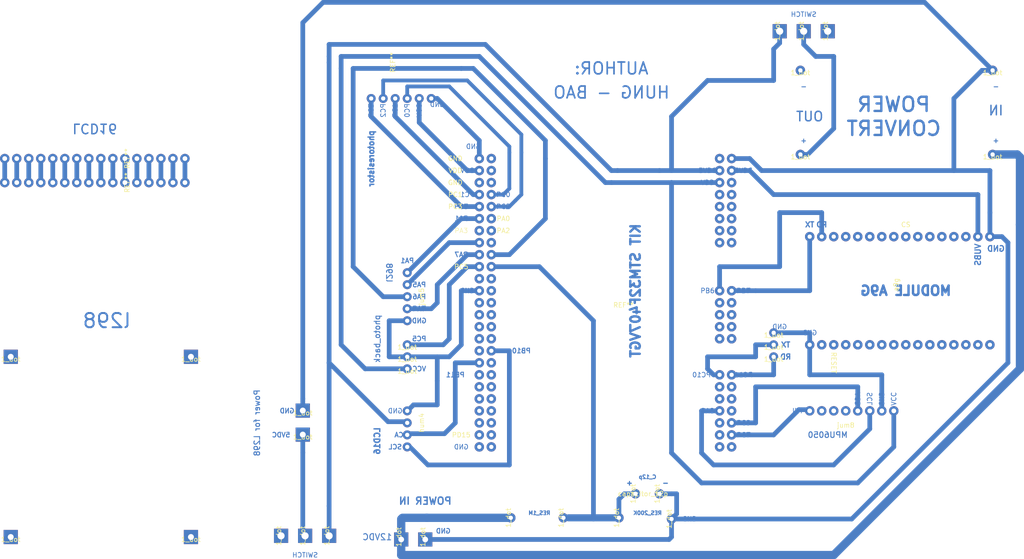
<source format=kicad_pcb>
(kicad_pcb (version 20171130) (host pcbnew 5.0.2-bee76a0~70~ubuntu18.04.1)

  (general
    (thickness 1.6)
    (drawings 98)
    (tracks 226)
    (zones 0)
    (modules 38)
    (nets 1)
  )

  (page A4)
  (layers
    (0 F.Cu signal)
    (31 B.Cu signal)
    (32 B.Adhes user)
    (33 F.Adhes user)
    (34 B.Paste user)
    (35 F.Paste user)
    (36 B.SilkS user)
    (37 F.SilkS user)
    (38 B.Mask user)
    (39 F.Mask user)
    (40 Dwgs.User user)
    (41 Cmts.User user)
    (42 Eco1.User user)
    (43 Eco2.User user)
    (44 Edge.Cuts user)
    (45 Margin user)
    (46 B.CrtYd user)
    (47 F.CrtYd user)
    (48 B.Fab user)
    (49 F.Fab user)
  )

  (setup
    (last_trace_width 1)
    (trace_clearance 0.2)
    (zone_clearance 0.508)
    (zone_45_only no)
    (trace_min 0.2)
    (segment_width 0.2)
    (edge_width 0.15)
    (via_size 0.8)
    (via_drill 0.4)
    (via_min_size 0.4)
    (via_min_drill 0.3)
    (uvia_size 0.3)
    (uvia_drill 0.1)
    (uvias_allowed no)
    (uvia_min_size 0.2)
    (uvia_min_drill 0.1)
    (pcb_text_width 0.15)
    (pcb_text_size 1 1)
    (mod_edge_width 0.15)
    (mod_text_size 1 1)
    (mod_text_width 0.15)
    (pad_size 3 3)
    (pad_drill 1.25)
    (pad_to_mask_clearance 0.051)
    (solder_mask_min_width 0.25)
    (aux_axis_origin 0 0)
    (visible_elements 7FFFFFFF)
    (pcbplotparams
      (layerselection 0x010fc_ffffffff)
      (usegerberextensions false)
      (usegerberattributes false)
      (usegerberadvancedattributes false)
      (creategerberjobfile false)
      (excludeedgelayer true)
      (linewidth 0.100000)
      (plotframeref false)
      (viasonmask false)
      (mode 1)
      (useauxorigin false)
      (hpglpennumber 1)
      (hpglpenspeed 20)
      (hpglpendiameter 15.000000)
      (psnegative false)
      (psa4output false)
      (plotreference true)
      (plotvalue true)
      (plotinvisibletext false)
      (padsonsilk false)
      (subtractmaskfromsilk false)
      (outputformat 1)
      (mirror false)
      (drillshape 1)
      (scaleselection 1)
      (outputdirectory ""))
  )

  (net 0 "")

  (net_class Default "This is the default net class."
    (clearance 0.2)
    (trace_width 1)
    (via_dia 0.8)
    (via_drill 0.4)
    (uvia_dia 0.3)
    (uvia_drill 0.1)
  )

  (module Battery:stm32f407vgt_kit (layer F.Cu) (tedit 5C0CE2D2) (tstamp 5C0CE5D0)
    (at 171.45 82.55)
    (tags stm32f407)
    (fp_text reference REF** (at 2.54 0.5) (layer F.SilkS)
      (effects (font (size 1 1) (thickness 0.15)))
    )
    (fp_text value stm32f407vgt_kit (at 2.54 -0.5) (layer F.Fab)
      (effects (font (size 1 1) (thickness 0.15)))
    )
    (fp_text user GND (at -33.02 -30.48) (layer F.SilkS)
      (effects (font (size 1 1) (thickness 0.15)))
    )
    (fp_text user VDD (at -33.02 -27.94) (layer F.SilkS)
      (effects (font (size 1 1) (thickness 0.15)))
    )
    (fp_text user GND (at -33.02 -25.4) (layer F.SilkS)
      (effects (font (size 1 1) (thickness 0.15)))
    )
    (fp_text user PC1 (at -33.02 -22.86) (layer F.SilkS)
      (effects (font (size 1 1) (thickness 0.15)))
    )
    (fp_text user PC3 (at -33.02 -20.32) (layer F.SilkS)
      (effects (font (size 1 1) (thickness 0.15)))
    )
    (pad 13 thru_hole custom (at -27.94 -30.48) (size 2 2) (drill 0.9) (layers *.Cu *.Mask)
      (zone_connect 0)
      (options (clearance outline) (anchor circle))
      (primitives
      ))
    (pad 50 thru_hole custom (at -25.4 -30.48) (size 2 2) (drill 0.9) (layers *.Cu *.Mask)
      (zone_connect 0)
      (options (clearance outline) (anchor circle))
      (primitives
      ))
    (pad 13 thru_hole custom (at -27.94 -27.94) (size 2 2) (drill 0.9) (layers *.Cu *.Mask)
      (zone_connect 0)
      (options (clearance outline) (anchor circle))
      (primitives
      ))
    (pad 50 thru_hole custom (at -25.4 -27.94) (size 2 2) (drill 0.9) (layers *.Cu *.Mask)
      (zone_connect 0)
      (options (clearance outline) (anchor circle))
      (primitives
      ))
    (pad 13 thru_hole custom (at -27.94 -25.4) (size 2 2) (drill 0.9) (layers *.Cu *.Mask)
      (zone_connect 0)
      (options (clearance outline) (anchor circle))
      (primitives
      ))
    (pad 50 thru_hole custom (at -25.4 -25.4) (size 2 2) (drill 0.9) (layers *.Cu *.Mask)
      (zone_connect 0)
      (options (clearance outline) (anchor circle))
      (primitives
      ))
    (pad 13 thru_hole custom (at -27.94 -22.86) (size 2 2) (drill 0.9) (layers *.Cu *.Mask)
      (zone_connect 0)
      (options (clearance outline) (anchor circle))
      (primitives
      ))
    (pad 50 thru_hole custom (at -25.4 -22.86) (size 2 2) (drill 0.9) (layers *.Cu *.Mask)
      (zone_connect 0)
      (options (clearance outline) (anchor circle))
      (primitives
      ))
    (pad 13 thru_hole custom (at -27.94 -20.32) (size 2 2) (drill 0.9) (layers *.Cu *.Mask)
      (zone_connect 0)
      (options (clearance outline) (anchor circle))
      (primitives
      ))
    (pad 50 thru_hole custom (at -25.4 -20.32) (size 2 2) (drill 0.9) (layers *.Cu *.Mask)
      (zone_connect 0)
      (options (clearance outline) (anchor circle))
      (primitives
      ))
    (pad 13 thru_hole custom (at -27.94 -17.78) (size 2 2) (drill 0.9) (layers *.Cu *.Mask)
      (zone_connect 0)
      (options (clearance outline) (anchor circle))
      (primitives
      ))
    (pad 50 thru_hole custom (at -25.4 -17.78) (size 2 2) (drill 0.9) (layers *.Cu *.Mask)
      (zone_connect 0)
      (options (clearance outline) (anchor circle))
      (primitives
      ))
    (pad 13 thru_hole custom (at -27.94 -15.24) (size 2 2) (drill 0.9) (layers *.Cu *.Mask)
      (zone_connect 0)
      (options (clearance outline) (anchor circle))
      (primitives
      ))
    (pad 50 thru_hole custom (at -25.4 -15.24) (size 2 2) (drill 0.9) (layers *.Cu *.Mask)
      (zone_connect 0)
      (options (clearance outline) (anchor circle))
      (primitives
      ))
    (pad 50 thru_hole custom (at -25.4 -7.62) (size 2 2) (drill 0.9) (layers *.Cu *.Mask)
      (zone_connect 0)
      (options (clearance outline) (anchor circle))
      (primitives
      ))
    (pad 13 thru_hole custom (at -27.94 -7.62) (size 2 2) (drill 0.9) (layers *.Cu *.Mask)
      (zone_connect 0)
      (options (clearance outline) (anchor circle))
      (primitives
      ))
    (pad 50 thru_hole custom (at -25.4 -2.54) (size 2 2) (drill 0.9) (layers *.Cu *.Mask)
      (zone_connect 0)
      (options (clearance outline) (anchor circle))
      (primitives
      ))
    (pad 50 thru_hole custom (at -25.4 0) (size 2 2) (drill 0.9) (layers *.Cu *.Mask)
      (zone_connect 0)
      (options (clearance outline) (anchor circle))
      (primitives
      ))
    (pad 13 thru_hole custom (at -27.94 0) (size 2 2) (drill 0.9) (layers *.Cu *.Mask)
      (zone_connect 0)
      (options (clearance outline) (anchor circle))
      (primitives
      ))
    (pad 50 thru_hole custom (at -25.4 2.54) (size 2 2) (drill 0.9) (layers *.Cu *.Mask)
      (zone_connect 0)
      (options (clearance outline) (anchor circle))
      (primitives
      ))
    (pad 13 thru_hole custom (at -27.94 2.54) (size 2 2) (drill 0.9) (layers *.Cu *.Mask)
      (zone_connect 0)
      (options (clearance outline) (anchor circle))
      (primitives
      ))
    (pad 13 thru_hole custom (at -27.94 -2.54) (size 2 2) (drill 0.9) (layers *.Cu *.Mask)
      (zone_connect 0)
      (options (clearance outline) (anchor circle))
      (primitives
      ))
    (pad 13 thru_hole custom (at -27.94 -5.08) (size 2 2) (drill 0.9) (layers *.Cu *.Mask)
      (zone_connect 0)
      (options (clearance outline) (anchor circle))
      (primitives
      ))
    (pad 50 thru_hole custom (at -25.4 -5.08) (size 2 2) (drill 0.9) (layers *.Cu *.Mask)
      (zone_connect 0)
      (options (clearance outline) (anchor circle))
      (primitives
      ))
    (pad 50 thru_hole custom (at -25.4 -10.16) (size 2 2) (drill 0.9) (layers *.Cu *.Mask)
      (zone_connect 0)
      (options (clearance outline) (anchor circle))
      (primitives
      ))
    (pad 13 thru_hole custom (at -27.94 -12.7) (size 2 2) (drill 0.9) (layers *.Cu *.Mask)
      (zone_connect 0)
      (options (clearance outline) (anchor circle))
      (primitives
      ))
    (pad 50 thru_hole custom (at -25.4 -12.7) (size 2 2) (drill 0.9) (layers *.Cu *.Mask)
      (zone_connect 0)
      (options (clearance outline) (anchor circle))
      (primitives
      ))
    (pad 13 thru_hole custom (at -27.94 -10.16) (size 2 2) (drill 0.9) (layers *.Cu *.Mask)
      (zone_connect 0)
      (options (clearance outline) (anchor circle))
      (primitives
      ))
    (pad 50 thru_hole custom (at -25.4 10.16) (size 2 2) (drill 0.9) (layers *.Cu *.Mask)
      (zone_connect 0)
      (options (clearance outline) (anchor circle))
      (primitives
      ))
    (pad 13 thru_hole custom (at -27.94 10.16) (size 2 2) (drill 0.9) (layers *.Cu *.Mask)
      (zone_connect 0)
      (options (clearance outline) (anchor circle))
      (primitives
      ))
    (pad 50 thru_hole custom (at -25.4 15.24) (size 2 2) (drill 0.9) (layers *.Cu *.Mask)
      (zone_connect 0)
      (options (clearance outline) (anchor circle))
      (primitives
      ))
    (pad 50 thru_hole custom (at -25.4 17.78) (size 2 2) (drill 0.9) (layers *.Cu *.Mask)
      (zone_connect 0)
      (options (clearance outline) (anchor circle))
      (primitives
      ))
    (pad 13 thru_hole custom (at -27.94 17.78) (size 2 2) (drill 0.9) (layers *.Cu *.Mask)
      (zone_connect 0)
      (options (clearance outline) (anchor circle))
      (primitives
      ))
    (pad 50 thru_hole custom (at -25.4 20.32) (size 2 2) (drill 0.9) (layers *.Cu *.Mask)
      (zone_connect 0)
      (options (clearance outline) (anchor circle))
      (primitives
      ))
    (pad 13 thru_hole custom (at -27.94 20.32) (size 2 2) (drill 0.9) (layers *.Cu *.Mask)
      (zone_connect 0)
      (options (clearance outline) (anchor circle))
      (primitives
      ))
    (pad 13 thru_hole custom (at -27.94 15.24) (size 2 2) (drill 0.9) (layers *.Cu *.Mask)
      (zone_connect 0)
      (options (clearance outline) (anchor circle))
      (primitives
      ))
    (pad 13 thru_hole custom (at -27.94 12.7) (size 2 2) (drill 0.9) (layers *.Cu *.Mask)
      (zone_connect 0)
      (options (clearance outline) (anchor circle))
      (primitives
      ))
    (pad 50 thru_hole custom (at -25.4 12.7) (size 2 2) (drill 0.9) (layers *.Cu *.Mask)
      (zone_connect 0)
      (options (clearance outline) (anchor circle))
      (primitives
      ))
    (pad 50 thru_hole custom (at -25.4 7.62) (size 2 2) (drill 0.9) (layers *.Cu *.Mask)
      (zone_connect 0)
      (options (clearance outline) (anchor circle))
      (primitives
      ))
    (pad 13 thru_hole custom (at -27.94 5.08) (size 2 2) (drill 0.9) (layers *.Cu *.Mask)
      (zone_connect 0)
      (options (clearance outline) (anchor circle))
      (primitives
      ))
    (pad 50 thru_hole custom (at -25.4 5.08) (size 2 2) (drill 0.9) (layers *.Cu *.Mask)
      (zone_connect 0)
      (options (clearance outline) (anchor circle))
      (primitives
      ))
    (pad 13 thru_hole custom (at -27.94 7.62) (size 2 2) (drill 0.9) (layers *.Cu *.Mask)
      (zone_connect 0)
      (options (clearance outline) (anchor circle))
      (primitives
      ))
    (pad 50 thru_hole custom (at -25.4 27.94) (size 2 2) (drill 0.9) (layers *.Cu *.Mask)
      (zone_connect 0)
      (options (clearance outline) (anchor circle))
      (primitives
      ))
    (pad 13 thru_hole custom (at -27.94 27.94) (size 2 2) (drill 0.9) (layers *.Cu *.Mask)
      (zone_connect 0)
      (options (clearance outline) (anchor circle))
      (primitives
      ))
    (pad 13 thru_hole custom (at -27.94 30.48) (size 2 2) (drill 0.9) (layers *.Cu *.Mask)
      (zone_connect 0)
      (options (clearance outline) (anchor circle))
      (primitives
      ))
    (pad 50 thru_hole custom (at -25.4 30.48) (size 2 2) (drill 0.9) (layers *.Cu *.Mask)
      (zone_connect 0)
      (options (clearance outline) (anchor circle))
      (primitives
      ))
    (pad 50 thru_hole custom (at -25.4 25.4) (size 2 2) (drill 0.9) (layers *.Cu *.Mask)
      (zone_connect 0)
      (options (clearance outline) (anchor circle))
      (primitives
      ))
    (pad 13 thru_hole custom (at -27.94 22.86) (size 2 2) (drill 0.9) (layers *.Cu *.Mask)
      (zone_connect 0)
      (options (clearance outline) (anchor circle))
      (primitives
      ))
    (pad 50 thru_hole custom (at -25.4 22.86) (size 2 2) (drill 0.9) (layers *.Cu *.Mask)
      (zone_connect 0)
      (options (clearance outline) (anchor circle))
      (primitives
      ))
    (pad 13 thru_hole custom (at -27.94 25.4) (size 2 2) (drill 0.9) (layers *.Cu *.Mask)
      (zone_connect 0)
      (options (clearance outline) (anchor circle))
      (primitives
      ))
    (pad 50 thru_hole custom (at 25.4 -25.4) (size 2 2) (drill 0.9) (layers *.Cu *.Mask)
      (zone_connect 0)
      (options (clearance outline) (anchor circle))
      (primitives
      ))
    (pad 13 thru_hole custom (at 22.86 -25.4) (size 2 2) (drill 0.9) (layers *.Cu *.Mask)
      (zone_connect 0)
      (options (clearance outline) (anchor circle))
      (primitives
      ))
    (pad 13 thru_hole custom (at 22.86 25.4) (size 2 2) (drill 0.9) (layers *.Cu *.Mask)
      (zone_connect 0)
      (options (clearance outline) (anchor circle))
      (primitives
      ))
    (pad 50 thru_hole custom (at 25.4 22.86) (size 2 2) (drill 0.9) (layers *.Cu *.Mask)
      (zone_connect 0)
      (options (clearance outline) (anchor circle))
      (primitives
      ))
    (pad 13 thru_hole custom (at 22.86 22.86) (size 2 2) (drill 0.9) (layers *.Cu *.Mask)
      (zone_connect 0)
      (options (clearance outline) (anchor circle))
      (primitives
      ))
    (pad 50 thru_hole custom (at 25.4 25.4) (size 2 2) (drill 0.9) (layers *.Cu *.Mask)
      (zone_connect 0)
      (options (clearance outline) (anchor circle))
      (primitives
      ))
    (pad 50 thru_hole custom (at 25.4 30.48) (size 2 2) (drill 0.9) (layers *.Cu *.Mask)
      (zone_connect 0)
      (options (clearance outline) (anchor circle))
      (primitives
      ))
    (pad 13 thru_hole custom (at 22.86 2.54) (size 2 2) (drill 0.9) (layers *.Cu *.Mask)
      (zone_connect 0)
      (options (clearance outline) (anchor circle))
      (primitives
      ))
    (pad 13 thru_hole custom (at 22.86 0) (size 2 2) (drill 0.9) (layers *.Cu *.Mask)
      (zone_connect 0)
      (options (clearance outline) (anchor circle))
      (primitives
      ))
    (pad 50 thru_hole custom (at 25.4 0) (size 2 2) (drill 0.9) (layers *.Cu *.Mask)
      (zone_connect 0)
      (options (clearance outline) (anchor circle))
      (primitives
      ))
    (pad 50 thru_hole custom (at 25.4 -2.54) (size 2 2) (drill 0.9) (layers *.Cu *.Mask)
      (zone_connect 0)
      (options (clearance outline) (anchor circle))
      (primitives
      ))
    (pad 50 thru_hole custom (at 25.4 2.54) (size 2 2) (drill 0.9) (layers *.Cu *.Mask)
      (zone_connect 0)
      (options (clearance outline) (anchor circle))
      (primitives
      ))
    (pad 50 thru_hole custom (at 25.4 -20.32) (size 2 2) (drill 0.9) (layers *.Cu *.Mask)
      (zone_connect 0)
      (options (clearance outline) (anchor circle))
      (primitives
      ))
    (pad 13 thru_hole custom (at 22.86 27.94) (size 2 2) (drill 0.9) (layers *.Cu *.Mask)
      (zone_connect 0)
      (options (clearance outline) (anchor circle))
      (primitives
      ))
    (pad 13 thru_hole custom (at 22.86 17.78) (size 2 2) (drill 0.9) (layers *.Cu *.Mask)
      (zone_connect 0)
      (options (clearance outline) (anchor circle))
      (primitives
      ))
    (pad 50 thru_hole custom (at 25.4 17.78) (size 2 2) (drill 0.9) (layers *.Cu *.Mask)
      (zone_connect 0)
      (options (clearance outline) (anchor circle))
      (primitives
      ))
    (pad 50 thru_hole custom (at 25.4 15.24) (size 2 2) (drill 0.9) (layers *.Cu *.Mask)
      (zone_connect 0)
      (options (clearance outline) (anchor circle))
      (primitives
      ))
    (pad 50 thru_hole custom (at 25.4 -17.78) (size 2 2) (drill 0.9) (layers *.Cu *.Mask)
      (zone_connect 0)
      (options (clearance outline) (anchor circle))
      (primitives
      ))
    (pad 13 thru_hole custom (at 22.86 -17.78) (size 2 2) (drill 0.9) (layers *.Cu *.Mask)
      (zone_connect 0)
      (options (clearance outline) (anchor circle))
      (primitives
      ))
    (pad 50 thru_hole custom (at 25.4 -15.24) (size 2 2) (drill 0.9) (layers *.Cu *.Mask)
      (zone_connect 0)
      (options (clearance outline) (anchor circle))
      (primitives
      ))
    (pad 13 thru_hole custom (at 22.86 -15.24) (size 2 2) (drill 0.9) (layers *.Cu *.Mask)
      (zone_connect 0)
      (options (clearance outline) (anchor circle))
      (primitives
      ))
    (pad 50 thru_hole custom (at 25.4 -12.7) (size 2 2) (drill 0.9) (layers *.Cu *.Mask)
      (zone_connect 0)
      (options (clearance outline) (anchor circle))
      (primitives
      ))
    (pad 13 thru_hole custom (at 22.86 -20.32) (size 2 2) (drill 0.9) (layers *.Cu *.Mask)
      (zone_connect 0)
      (options (clearance outline) (anchor circle))
      (primitives
      ))
    (pad 13 thru_hole custom (at 22.86 -22.86) (size 2 2) (drill 0.9) (layers *.Cu *.Mask)
      (zone_connect 0)
      (options (clearance outline) (anchor circle))
      (primitives
      ))
    (pad 50 thru_hole custom (at 25.4 -22.86) (size 2 2) (drill 0.9) (layers *.Cu *.Mask)
      (zone_connect 0)
      (options (clearance outline) (anchor circle))
      (primitives
      ))
    (pad 13 thru_hole custom (at 22.86 30.48) (size 2 2) (drill 0.9) (layers *.Cu *.Mask)
      (zone_connect 0)
      (options (clearance outline) (anchor circle))
      (primitives
      ))
    (pad 50 thru_hole custom (at 25.4 -27.94) (size 2 2) (drill 0.9) (layers *.Cu *.Mask)
      (zone_connect 0)
      (options (clearance outline) (anchor circle))
      (primitives
      ))
    (pad 13 thru_hole custom (at 22.86 -12.7) (size 2 2) (drill 0.9) (layers *.Cu *.Mask)
      (zone_connect 0)
      (options (clearance outline) (anchor circle))
      (primitives
      ))
    (pad 50 thru_hole custom (at 25.4 27.94) (size 2 2) (drill 0.9) (layers *.Cu *.Mask)
      (zone_connect 0)
      (options (clearance outline) (anchor circle))
      (primitives
      ))
    (pad 13 thru_hole custom (at 22.86 7.62) (size 2 2) (drill 0.9) (layers *.Cu *.Mask)
      (zone_connect 0)
      (options (clearance outline) (anchor circle))
      (primitives
      ))
    (pad 50 thru_hole custom (at 25.4 5.08) (size 2 2) (drill 0.9) (layers *.Cu *.Mask)
      (zone_connect 0)
      (options (clearance outline) (anchor circle))
      (primitives
      ))
    (pad 13 thru_hole custom (at 22.86 5.08) (size 2 2) (drill 0.9) (layers *.Cu *.Mask)
      (zone_connect 0)
      (options (clearance outline) (anchor circle))
      (primitives
      ))
    (pad 50 thru_hole custom (at 25.4 7.62) (size 2 2) (drill 0.9) (layers *.Cu *.Mask)
      (zone_connect 0)
      (options (clearance outline) (anchor circle))
      (primitives
      ))
    (pad 13 thru_hole custom (at 22.86 15.24) (size 2 2) (drill 0.9) (layers *.Cu *.Mask)
      (zone_connect 0)
      (options (clearance outline) (anchor circle))
      (primitives
      ))
    (pad 13 thru_hole custom (at 22.86 20.32) (size 2 2) (drill 0.9) (layers *.Cu *.Mask)
      (zone_connect 0)
      (options (clearance outline) (anchor circle))
      (primitives
      ))
    (pad 50 thru_hole custom (at 25.4 20.32) (size 2 2) (drill 0.9) (layers *.Cu *.Mask)
      (zone_connect 0)
      (options (clearance outline) (anchor circle))
      (primitives
      ))
    (pad 13 thru_hole custom (at 22.86 -2.54) (size 2 2) (drill 0.9) (layers *.Cu *.Mask)
      (zone_connect 0)
      (options (clearance outline) (anchor circle))
      (primitives
      ))
    (pad 13 thru_hole custom (at 22.86 -27.94) (size 2 2) (drill 0.9) (layers *.Cu *.Mask)
      (zone_connect 0)
      (options (clearance outline) (anchor circle))
      (primitives
      ))
    (pad 13 thru_hole custom (at 22.86 -30.48) (size 2 2) (drill 0.9) (layers *.Cu *.Mask)
      (zone_connect 0)
      (options (clearance outline) (anchor circle))
      (primitives
      ))
    (pad 50 thru_hole custom (at 25.4 -30.48) (size 2 2) (drill 0.9) (layers *.Cu *.Mask)
      (zone_connect 0)
      (options (clearance outline) (anchor circle))
      (primitives
      ))
  )

  (module 16_pin (layer F.Cu) (tedit 5C0F2936) (tstamp 5C132ABA)
    (at 66.04 57.15 90)
    (fp_text reference REF** (at 0 3.04 90) (layer F.SilkS)
      (effects (font (size 1 1) (thickness 0.15)))
    )
    (fp_text value 16_pin (at 0 2.04 90) (layer F.Fab)
      (effects (font (size 1 1) (thickness 0.15)))
    )
    (pad 16 thru_hole circle (at 0 -12.7 90) (size 2 2) (drill 1) (layers *.Cu *.Mask))
    (pad 16 thru_hole circle (at 0 -10.16 90) (size 2 2) (drill 1) (layers *.Cu *.Mask))
    (pad 16 thru_hole circle (at 0 7.62 90) (size 2 2) (drill 1) (layers *.Cu *.Mask))
    (pad 16 thru_hole circle (at 0 10.16 90) (size 2 2) (drill 1) (layers *.Cu *.Mask))
    (pad 16 thru_hole circle (at 0 2.54 90) (size 2 2) (drill 1) (layers *.Cu *.Mask))
    (pad 16 thru_hole circle (at 0 5.08 90) (size 2 2) (drill 1) (layers *.Cu *.Mask))
    (pad 16 thru_hole circle (at 0 -2.54 90) (size 2 2) (drill 1) (layers *.Cu *.Mask))
    (pad 16 thru_hole circle (at 0 0 90) (size 2 2) (drill 1) (layers *.Cu *.Mask))
    (pad 16 thru_hole circle (at 0 -7.62 90) (size 2 2) (drill 1) (layers *.Cu *.Mask))
    (pad 16 thru_hole circle (at 0 -5.08 90) (size 2 2) (drill 1) (layers *.Cu *.Mask))
    (pad 16 thru_hole circle (at 0 -17.78 90) (size 2 2) (drill 1) (layers *.Cu *.Mask))
    (pad 16 thru_hole circle (at 0 -15.24 90) (size 2 2) (drill 1) (layers *.Cu *.Mask))
    (pad 16 thru_hole circle (at 0 12.7 90) (size 2 2) (drill 1) (layers *.Cu *.Mask))
    (pad 16 thru_hole circle (at 0 15.24 90) (size 2 2) (drill 1) (layers *.Cu *.Mask))
    (pad 16 thru_hole circle (at 0 -22.86 90) (size 2 2) (drill 1) (layers *.Cu *.Mask))
    (pad 16 thru_hole circle (at 0 -20.32 90) (size 2 2) (drill 1) (layers *.Cu *.Mask))
  )

  (module 1_dot (layer F.Cu) (tedit 5C132823) (tstamp 5C132AA8)
    (at 44.45 93.98)
    (fp_text reference 1_dot (at 0 0.5) (layer F.SilkS)
      (effects (font (size 1 1) (thickness 0.15)))
    )
    (fp_text value 1_dot (at 0 0.060371) (layer F.Fab)
      (effects (font (size 1 1) (thickness 0.15)))
    )
    (pad 1 thru_hole rect (at 0 0) (size 3 3) (drill 1.25) (layers *.Cu *.Mask))
  )

  (module 1_dot (layer F.Cu) (tedit 5C132823) (tstamp 5C132AA4)
    (at 82.55 93.98)
    (fp_text reference 1_dot (at 0 0.5) (layer F.SilkS)
      (effects (font (size 1 1) (thickness 0.15)))
    )
    (fp_text value 1_dot (at 0 -0.5) (layer F.Fab)
      (effects (font (size 1 1) (thickness 0.15)))
    )
    (pad 1 thru_hole rect (at 0 0) (size 3 3) (drill 1.25) (layers *.Cu *.Mask))
  )

  (module 16_pin (layer F.Cu) (tedit 5C0F2936) (tstamp 5C132A28)
    (at 66.04 52.07 90)
    (fp_text reference REF** (at 0 3.04 90) (layer F.SilkS)
      (effects (font (size 1 1) (thickness 0.15)))
    )
    (fp_text value 16_pin (at 0 2.04 90) (layer F.Fab)
      (effects (font (size 1 1) (thickness 0.15)))
    )
    (pad 16 thru_hole circle (at 0 -20.32 90) (size 2 2) (drill 1) (layers *.Cu *.Mask))
    (pad 16 thru_hole circle (at 0 -22.86 90) (size 2 2) (drill 1) (layers *.Cu *.Mask))
    (pad 16 thru_hole circle (at 0 15.24 90) (size 2 2) (drill 1) (layers *.Cu *.Mask))
    (pad 16 thru_hole circle (at 0 12.7 90) (size 2 2) (drill 1) (layers *.Cu *.Mask))
    (pad 16 thru_hole circle (at 0 -15.24 90) (size 2 2) (drill 1) (layers *.Cu *.Mask))
    (pad 16 thru_hole circle (at 0 -17.78 90) (size 2 2) (drill 1) (layers *.Cu *.Mask))
    (pad 16 thru_hole circle (at 0 -5.08 90) (size 2 2) (drill 1) (layers *.Cu *.Mask))
    (pad 16 thru_hole circle (at 0 -7.62 90) (size 2 2) (drill 1) (layers *.Cu *.Mask))
    (pad 16 thru_hole circle (at 0 0 90) (size 2 2) (drill 1) (layers *.Cu *.Mask))
    (pad 16 thru_hole circle (at 0 -2.54 90) (size 2 2) (drill 1) (layers *.Cu *.Mask))
    (pad 16 thru_hole circle (at 0 5.08 90) (size 2 2) (drill 1) (layers *.Cu *.Mask))
    (pad 16 thru_hole circle (at 0 2.54 90) (size 2 2) (drill 1) (layers *.Cu *.Mask))
    (pad 16 thru_hole circle (at 0 10.16 90) (size 2 2) (drill 1) (layers *.Cu *.Mask))
    (pad 16 thru_hole circle (at 0 7.62 90) (size 2 2) (drill 1) (layers *.Cu *.Mask))
    (pad 16 thru_hole circle (at 0 -10.16 90) (size 2 2) (drill 1) (layers *.Cu *.Mask))
    (pad 16 thru_hole circle (at 0 -12.7 90) (size 2 2) (drill 1) (layers *.Cu *.Mask))
  )

  (module 1_dot (layer F.Cu) (tedit 5C132823) (tstamp 5C1329FE)
    (at 44.45 132.08)
    (fp_text reference 1_dot (at 0 0.5) (layer F.SilkS)
      (effects (font (size 1 1) (thickness 0.15)))
    )
    (fp_text value 1_dot (at 0 0.060371) (layer F.Fab)
      (effects (font (size 1 1) (thickness 0.15)))
    )
    (pad 1 thru_hole rect (at 0 0) (size 3 3) (drill 1.25) (layers *.Cu *.Mask))
  )

  (module 1_dot (layer F.Cu) (tedit 5C132823) (tstamp 5C1329F2)
    (at 82.55 132.08)
    (fp_text reference 1_dot (at 0 0.5) (layer F.SilkS)
      (effects (font (size 1 1) (thickness 0.15)))
    )
    (fp_text value 1_dot (at 0 -0.5) (layer F.Fab)
      (effects (font (size 1 1) (thickness 0.15)))
    )
    (pad 1 thru_hole rect (at 0 0) (size 3 3) (drill 1.25) (layers *.Cu *.Mask))
  )

  (module 1_dot (layer F.Cu) (tedit 5C132823) (tstamp 5C132959)
    (at 106.193803 105.349629)
    (fp_text reference 1_dot (at 0 0.5) (layer F.SilkS)
      (effects (font (size 1 1) (thickness 0.15)))
    )
    (fp_text value 1_dot (at 0 -0.5) (layer F.Fab)
      (effects (font (size 1 1) (thickness 0.15)))
    )
    (pad 1 thru_hole rect (at 0 0) (size 3 3) (drill 1.25) (layers *.Cu *.Mask))
  )

  (module 1_dot (layer F.Cu) (tedit 5C132830) (tstamp 5C132952)
    (at 106.193803 110.429629)
    (fp_text reference 1_dot (at 0 0.5) (layer F.SilkS)
      (effects (font (size 1 1) (thickness 0.15)))
    )
    (fp_text value 1_dot (at 0 -0.5) (layer F.Fab)
      (effects (font (size 1 1) (thickness 0.15)))
    )
    (pad 1 thru_hole rect (at 0 0) (size 3 3) (drill 1.25) (layers *.Cu *.Mask))
  )

  (module 1_dot (layer F.Cu) (tedit 5C076CBB) (tstamp 5C1328EF)
    (at 101.6 131.831192 270)
    (fp_text reference 1_dot (at 0 0.5 270) (layer F.SilkS)
      (effects (font (size 1 1) (thickness 0.15)))
    )
    (fp_text value 1_dot (at 0 -0.5 270) (layer F.Fab)
      (effects (font (size 1 1) (thickness 0.15)))
    )
    (pad 1 thru_hole rect (at 0 0 270) (size 3 3) (drill 1.5) (layers *.Cu *.Mask))
  )

  (module 1_dot (layer F.Cu) (tedit 5C076CC7) (tstamp 5C1328EA)
    (at 106.68 131.831192 270)
    (fp_text reference 1_dot (at 0 0.5 270) (layer F.SilkS)
      (effects (font (size 1 1) (thickness 0.15)))
    )
    (fp_text value 1_dot (at 0 -0.5 270) (layer F.Fab)
      (effects (font (size 1 1) (thickness 0.15)))
    )
    (pad 1 thru_hole rect (at 0 0 270) (size 3 3) (drill 1.5) (layers *.Cu *.Mask))
  )

  (module 1_dot (layer F.Cu) (tedit 5C076CD9) (tstamp 5C1328E3)
    (at 111.76 131.831192 270)
    (fp_text reference 1_dot (at 0 0.5 270) (layer F.SilkS)
      (effects (font (size 1 1) (thickness 0.15)))
    )
    (fp_text value 1_dot (at 0 -0.5 270) (layer F.Fab)
      (effects (font (size 1 1) (thickness 0.15)))
    )
    (pad 1 thru_hole rect (at 0 0 270) (size 3 3) (drill 1.5) (layers *.Cu *.Mask))
  )

  (module 1_dot (layer F.Cu) (tedit 5C076DA1) (tstamp 5C1328BE)
    (at 132.08 132.08 270)
    (fp_text reference 1_dot (at 0 0.5 270) (layer F.SilkS)
      (effects (font (size 1 1) (thickness 0.15)))
    )
    (fp_text value 1_dot (at 0 -0.5 270) (layer F.Fab)
      (effects (font (size 1 1) (thickness 0.15)))
    )
    (pad 1 thru_hole rect (at 0.52 0 270) (size 3 3) (drill 1.2) (layers *.Cu *.Mask))
  )

  (module 1_dot (layer F.Cu) (tedit 5C076DA1) (tstamp 5C1328A2)
    (at 127 132.08 270)
    (fp_text reference 1_dot (at 0 0.5 270) (layer F.SilkS)
      (effects (font (size 1 1) (thickness 0.15)))
    )
    (fp_text value 1_dot (at 0 -0.5 270) (layer F.Fab)
      (effects (font (size 1 1) (thickness 0.15)))
    )
    (pad 1 thru_hole rect (at 0.52 0 270) (size 3 3) (drill 1.2) (layers *.Cu *.Mask))
  )

  (module 1_dot (layer F.Cu) (tedit 5C06500D) (tstamp 5C0CE6A3)
    (at 205.74 93.98)
    (fp_text reference 1_dot (at 0 0.5) (layer F.SilkS)
      (effects (font (size 1 1) (thickness 0.15)))
    )
    (fp_text value 1_dot (at 0 -0.5) (layer F.Fab)
      (effects (font (size 1 1) (thickness 0.15)))
    )
    (pad 1 thru_hole circle (at 0 0) (size 1.9 1.9) (drill 0.9) (layers *.Cu *.Mask))
  )

  (module 1_dot (layer F.Cu) (tedit 5C06500D) (tstamp 5C0CE6A3)
    (at 205.74 91.44)
    (fp_text reference 1_dot (at 0 0.5) (layer F.SilkS)
      (effects (font (size 1 1) (thickness 0.15)))
    )
    (fp_text value 1_dot (at 0 -0.5) (layer F.Fab)
      (effects (font (size 1 1) (thickness 0.15)))
    )
    (pad 1 thru_hole circle (at 0 0) (size 1.9 1.9) (drill 0.9) (layers *.Cu *.Mask))
  )

  (module 1_dot (layer F.Cu) (tedit 5C06500D) (tstamp 5C0CE6A3)
    (at 205.74 88.9)
    (fp_text reference 1_dot (at 0 0.5) (layer F.SilkS)
      (effects (font (size 1 1) (thickness 0.15)))
    )
    (fp_text value 1_dot (at 0 -0.5) (layer F.Fab)
      (effects (font (size 1 1) (thickness 0.15)))
    )
    (pad 1 thru_hole circle (at 0 0) (size 1.9 1.9) (drill 0.9) (layers *.Cu *.Mask))
  )

  (module jum6_female (layer F.Cu) (tedit 5C06509D) (tstamp 5C0667CE)
    (at 125.73 31.75 270)
    (fp_text reference REF** (at 0 0.5 270) (layer F.SilkS)
      (effects (font (size 1 1) (thickness 0.15)))
    )
    (fp_text value jum6_female (at 0 -0.5 270) (layer F.Fab)
      (effects (font (size 1 1) (thickness 0.15)))
    )
    (pad 3 thru_hole circle (at 7.62 -7.62 270) (size 1.9 1.9) (drill 0.9) (layers *.Cu *.Mask))
    (pad 3 thru_hole circle (at 7.62 -5.08 270) (size 1.9 1.9) (drill 0.9) (layers *.Cu *.Mask))
    (pad 3 thru_hole circle (at 7.62 -2.54 270) (size 1.9 1.9) (drill 0.9) (layers *.Cu *.Mask))
    (pad 3 thru_hole circle (at 7.62 0 270) (size 1.9 1.9) (drill 0.9) (layers *.Cu *.Mask))
    (pad 3 thru_hole circle (at 7.62 2.54 270) (size 1.9 1.9) (drill 0.9) (layers *.Cu *.Mask))
    (pad 3 thru_hole circle (at 7.62 5.08 270) (size 1.9 1.9) (drill 0.9) (layers *.Cu *.Mask))
  )

  (module 1_dot (layer F.Cu) (tedit 5C076CD9) (tstamp 5C066759)
    (at 217.17 25.151192 270)
    (fp_text reference 1_dot (at 0 0.5 270) (layer F.SilkS)
      (effects (font (size 1 1) (thickness 0.15)))
    )
    (fp_text value 1_dot (at 0 -0.5 270) (layer F.Fab)
      (effects (font (size 1 1) (thickness 0.15)))
    )
    (pad 1 thru_hole rect (at 0 0 270) (size 3 3) (drill 1.5) (layers *.Cu *.Mask))
  )

  (module jum8_female (layer F.Cu) (tedit 5C064FCD) (tstamp 5C06670A)
    (at 220.98 107.95)
    (fp_text reference jum8 (at 0 0.5) (layer F.SilkS)
      (effects (font (size 1 1) (thickness 0.15)))
    )
    (fp_text value jum8_female (at 0 -0.5) (layer F.Fab)
      (effects (font (size 1 1) (thickness 0.15)))
    )
    (pad 1 thru_hole circle (at -7.62 -2.54) (size 2 2) (drill 1) (layers *.Cu *.Mask))
    (pad 1 thru_hole circle (at -5.08 -2.54) (size 2 2) (drill 1) (layers *.Cu *.Mask))
    (pad 1 thru_hole circle (at -2.54 -2.54) (size 2 2) (drill 1) (layers *.Cu *.Mask))
    (pad 1 thru_hole circle (at 0 -2.54) (size 2 2) (drill 1) (layers *.Cu *.Mask))
    (pad 1 thru_hole circle (at 2.54 -2.54) (size 2 2) (drill 1) (layers *.Cu *.Mask))
    (pad 1 thru_hole circle (at 5.08 -2.54) (size 2 2) (drill 1) (layers *.Cu *.Mask))
    (pad 1 thru_hole circle (at 7.62 -2.54) (size 2 2) (drill 1) (layers *.Cu *.Mask))
    (pad 1 thru_hole circle (at 10.16 -2.54) (size 2 2) (drill 1) (layers *.Cu *.Mask))
  )

  (module jum4_female (layer F.Cu) (tedit 5C064F38) (tstamp 5C0665F4)
    (at 130.81 107.95 90)
    (fp_text reference hum4 (at 0 0.5 90) (layer F.SilkS)
      (effects (font (size 1 1) (thickness 0.15)))
    )
    (fp_text value jum4_female (at 0 -0.5 90) (layer F.Fab)
      (effects (font (size 1 1) (thickness 0.15)))
    )
    (pad 1 thru_hole circle (at -5.08 -2.54 90) (size 1.9 1.9) (drill 0.9) (layers *.Cu *.Mask))
    (pad 2 thru_hole circle (at -2.54 -2.54 90) (size 1.9 1.9) (drill 0.9) (layers *.Cu *.Mask))
    (pad 2 thru_hole circle (at 0 -2.54 90) (size 1.9 1.9) (drill 0.9) (layers *.Cu *.Mask))
    (pad 2 thru_hole circle (at 2.54 -2.54 90) (size 1.9 1.9) (drill 0.9) (layers *.Cu *.Mask))
  )

  (module jum5_female (layer F.Cu) (tedit 5C064EF9) (tstamp 5C06658A)
    (at 130.81 81.28 90)
    (fp_text reference jum5 (at 0 0.5 90) (layer F.SilkS)
      (effects (font (size 1 1) (thickness 0.15)))
    )
    (fp_text value jum5_female (at 0 -0.5 90) (layer F.Fab)
      (effects (font (size 1 1) (thickness 0.15)))
    )
    (pad 2 thru_hole circle (at -5.08 -2.54 90) (size 1.9 1.9) (drill 0.9) (layers *.Cu *.Mask))
    (pad 2 thru_hole circle (at -2.54 -2.54 90) (size 1.9 1.9) (drill 0.9) (layers *.Cu *.Mask))
    (pad 2 thru_hole circle (at 0 -2.54 90) (size 1.9 1.9) (drill 0.9) (layers *.Cu *.Mask))
    (pad 2 thru_hole circle (at 2.54 -2.54 90) (size 1.9 1.9) (drill 0.9) (layers *.Cu *.Mask))
    (pad 2 thru_hole circle (at 5.08 -2.54 90) (size 1.9 1.9) (drill 0.9) (layers *.Cu *.Mask))
  )

  (module gps_gprs_a9g (layer F.Cu) (tedit 5C064E5C) (tstamp 5C066489)
    (at 231.14 78.74 90)
    (fp_text reference a9g (at 0 0.5 90) (layer F.SilkS)
      (effects (font (size 1 1) (thickness 0.15)))
    )
    (fp_text value gps_gprs_a9g (at 0 -0.5 90) (layer F.Fab)
      (effects (font (size 1 1) (thickness 0.15)))
    )
    (pad 18 thru_hole custom (at -12.7 -17.78 90) (size 2 2) (drill 0.9) (layers *.Cu *.Mask)
      (zone_connect 0)
      (options (clearance outline) (anchor circle))
      (primitives
      ))
    (pad 18 thru_hole custom (at -12.7 -15.24 90) (size 2 2) (drill 0.9) (layers *.Cu *.Mask)
      (zone_connect 0)
      (options (clearance outline) (anchor circle))
      (primitives
      ))
    (pad 18 thru_hole custom (at -12.7 -12.7 90) (size 2 2) (drill 0.9) (layers *.Cu *.Mask)
      (zone_connect 0)
      (options (clearance outline) (anchor circle))
      (primitives
      ))
    (pad 18 thru_hole custom (at -12.7 -10.16 90) (size 2 2) (drill 0.9) (layers *.Cu *.Mask)
      (zone_connect 0)
      (options (clearance outline) (anchor circle))
      (primitives
      ))
    (pad 18 thru_hole custom (at -12.7 -2.54 90) (size 2 2) (drill 0.9) (layers *.Cu *.Mask)
      (zone_connect 0)
      (options (clearance outline) (anchor circle))
      (primitives
      ))
    (pad 18 thru_hole custom (at -12.7 0 90) (size 2 2) (drill 0.9) (layers *.Cu *.Mask)
      (zone_connect 0)
      (options (clearance outline) (anchor circle))
      (primitives
      ))
    (pad 18 thru_hole custom (at -12.7 -7.62 90) (size 2 2) (drill 0.9) (layers *.Cu *.Mask)
      (zone_connect 0)
      (options (clearance outline) (anchor circle))
      (primitives
      ))
    (pad 18 thru_hole custom (at -12.7 -5.08 90) (size 2 2) (drill 0.9) (layers *.Cu *.Mask)
      (zone_connect 0)
      (options (clearance outline) (anchor circle))
      (primitives
      ))
    (pad 18 thru_hole custom (at -12.7 7.62 90) (size 2 2) (drill 0.9) (layers *.Cu *.Mask)
      (zone_connect 0)
      (options (clearance outline) (anchor circle))
      (primitives
      ))
    (pad 18 thru_hole custom (at -12.7 10.16 90) (size 2 2) (drill 0.9) (layers *.Cu *.Mask)
      (zone_connect 0)
      (options (clearance outline) (anchor circle))
      (primitives
      ))
    (pad 18 thru_hole custom (at -12.7 2.54 90) (size 2 2) (drill 0.9) (layers *.Cu *.Mask)
      (zone_connect 0)
      (options (clearance outline) (anchor circle))
      (primitives
      ))
    (pad 18 thru_hole custom (at -12.7 5.08 90) (size 2 2) (drill 0.9) (layers *.Cu *.Mask)
      (zone_connect 0)
      (options (clearance outline) (anchor circle))
      (primitives
      ))
    (pad 18 thru_hole custom (at -12.7 17.78 90) (size 2 2) (drill 0.9) (layers *.Cu *.Mask)
      (zone_connect 0)
      (options (clearance outline) (anchor circle))
      (primitives
      ))
    (pad 18 thru_hole custom (at -12.7 20.32 90) (size 2 2) (drill 0.9) (layers *.Cu *.Mask)
      (zone_connect 0)
      (options (clearance outline) (anchor circle))
      (primitives
      ))
    (pad 18 thru_hole custom (at -12.7 12.7 90) (size 2 2) (drill 0.9) (layers *.Cu *.Mask)
      (zone_connect 0)
      (options (clearance outline) (anchor circle))
      (primitives
      ))
    (pad 18 thru_hole custom (at -12.7 15.24 90) (size 2 2) (drill 0.9) (layers *.Cu *.Mask)
      (zone_connect 0)
      (options (clearance outline) (anchor circle))
      (primitives
      ))
    (pad 18 thru_hole custom (at 10.16 10.16 90) (size 2 2) (drill 0.9) (layers *.Cu *.Mask)
      (zone_connect 0)
      (options (clearance outline) (anchor circle))
      (primitives
      ))
    (pad 18 thru_hole custom (at 10.16 -12.7 90) (size 2 2) (drill 0.9) (layers *.Cu *.Mask)
      (zone_connect 0)
      (options (clearance outline) (anchor circle))
      (primitives
      ))
    (pad 18 thru_hole custom (at 10.16 -10.16 90) (size 2 2) (drill 0.9) (layers *.Cu *.Mask)
      (zone_connect 0)
      (options (clearance outline) (anchor circle))
      (primitives
      ))
    (pad 18 thru_hole custom (at 10.16 12.7 90) (size 2 2) (drill 0.9) (layers *.Cu *.Mask)
      (zone_connect 0)
      (options (clearance outline) (anchor circle))
      (primitives
      ))
    (pad 18 thru_hole custom (at 10.16 0 90) (size 2 2) (drill 0.9) (layers *.Cu *.Mask)
      (zone_connect 0)
      (options (clearance outline) (anchor circle))
      (primitives
      ))
    (pad 18 thru_hole custom (at 10.16 -7.62 90) (size 2 2) (drill 0.9) (layers *.Cu *.Mask)
      (zone_connect 0)
      (options (clearance outline) (anchor circle))
      (primitives
      ))
    (pad 18 thru_hole custom (at 10.16 2.54 90) (size 2 2) (drill 0.9) (layers *.Cu *.Mask)
      (zone_connect 0)
      (options (clearance outline) (anchor circle))
      (primitives
      ))
    (pad 18 thru_hole custom (at 10.16 15.24 90) (size 2 2) (drill 0.9) (layers *.Cu *.Mask)
      (zone_connect 0)
      (options (clearance outline) (anchor circle))
      (primitives
      ))
    (pad 18 thru_hole custom (at 10.16 -2.54 90) (size 2 2) (drill 0.9) (layers *.Cu *.Mask)
      (zone_connect 0)
      (options (clearance outline) (anchor circle))
      (primitives
      ))
    (pad 18 thru_hole custom (at 10.16 5.08 90) (size 2 2) (drill 0.9) (layers *.Cu *.Mask)
      (zone_connect 0)
      (options (clearance outline) (anchor circle))
      (primitives
      ))
    (pad 18 thru_hole custom (at 10.16 20.32 90) (size 2 2) (drill 0.9) (layers *.Cu *.Mask)
      (zone_connect 0)
      (options (clearance outline) (anchor circle))
      (primitives
      ))
    (pad 18 thru_hole custom (at 10.16 -15.24 90) (size 2 2) (drill 0.9) (layers *.Cu *.Mask)
      (zone_connect 0)
      (options (clearance outline) (anchor circle))
      (primitives
      ))
    (pad 18 thru_hole custom (at 10.16 17.78 90) (size 2 2) (drill 0.9) (layers *.Cu *.Mask)
      (zone_connect 0)
      (options (clearance outline) (anchor circle))
      (primitives
      ))
    (pad 18 thru_hole custom (at 10.16 7.62 90) (size 2 2) (drill 0.9) (layers *.Cu *.Mask)
      (zone_connect 0)
      (options (clearance outline) (anchor circle))
      (primitives
      ))
    (pad 18 thru_hole custom (at 10.16 -5.08 90) (size 2 2) (drill 0.9) (layers *.Cu *.Mask)
      (zone_connect 0)
      (options (clearance outline) (anchor circle))
      (primitives
      ))
    (pad 18 thru_hole custom (at 10.16 -17.78 90) (size 2 2) (drill 0.9) (layers *.Cu *.Mask)
      (zone_connect 0)
      (options (clearance outline) (anchor circle))
      (primitives
      ))
  )

  (module 1_dot (layer F.Cu) (tedit 5C076CC7) (tstamp 5C064CA8)
    (at 212.09 25.151192 270)
    (fp_text reference 1_dot (at 0 0.5 270) (layer F.SilkS)
      (effects (font (size 1 1) (thickness 0.15)))
    )
    (fp_text value 1_dot (at 0 -0.5 270) (layer F.Fab)
      (effects (font (size 1 1) (thickness 0.15)))
    )
    (pad 1 thru_hole rect (at 0 0 270) (size 3 3) (drill 1.5) (layers *.Cu *.Mask))
  )

  (module 1_dot (layer F.Cu) (tedit 5C076CBB) (tstamp 5C064BAF)
    (at 207.01 25.151192 270)
    (fp_text reference 1_dot (at 0 0.5 270) (layer F.SilkS)
      (effects (font (size 1 1) (thickness 0.15)))
    )
    (fp_text value 1_dot (at 0 -0.5 270) (layer F.Fab)
      (effects (font (size 1 1) (thickness 0.15)))
    )
    (pad 1 thru_hole rect (at 0 0 270) (size 3 3) (drill 1.5) (layers *.Cu *.Mask))
  )

  (module 1_dot (layer F.Cu) (tedit 5C064F5C) (tstamp 5C05FE22)
    (at 252.030244 33.423082)
    (fp_text reference 1_dot (at 0 0.5) (layer F.SilkS)
      (effects (font (size 1 1) (thickness 0.15)))
    )
    (fp_text value 1_dot (at 0 -0.5) (layer F.Fab)
      (effects (font (size 1 1) (thickness 0.15)))
    )
    (pad 1 thru_hole circle (at 0 0) (size 2 2) (drill 0.9) (layers *.Cu *.Mask))
  )

  (module 1_dot (layer F.Cu) (tedit 5C0650DB) (tstamp 5C05FE12)
    (at 252.030244 51.203082)
    (fp_text reference 1_dot (at 0 0.5) (layer F.SilkS)
      (effects (font (size 1 1) (thickness 0.15)))
    )
    (fp_text value 1_dot (at 0 -0.5) (layer F.Fab)
      (effects (font (size 1 1) (thickness 0.15)))
    )
    (pad 1 thru_hole circle (at 0 0) (size 2 2) (drill 0.9) (layers *.Cu B.Mask))
  )

  (module 1_dot (layer F.Cu) (tedit 5C064F70) (tstamp 5C05FD6E)
    (at 211.390244 51.203082)
    (fp_text reference 1_dot (at 0 0.5) (layer F.SilkS)
      (effects (font (size 1 1) (thickness 0.15)))
    )
    (fp_text value 1_dot (at 0 -0.5) (layer F.Fab)
      (effects (font (size 1 1) (thickness 0.15)))
    )
    (pad 1 thru_hole circle (at 0 0) (size 2 2) (drill 0.9) (layers *.Cu *.Mask))
  )

  (module 1_dot (layer F.Cu) (tedit 5C064F6B) (tstamp 5C05FD6A)
    (at 211.390244 33.423082)
    (fp_text reference 1_dot (at 0 0.5) (layer F.SilkS)
      (effects (font (size 1 1) (thickness 0.15)))
    )
    (fp_text value 1_dot (at 0 -0.5) (layer F.Fab)
      (effects (font (size 1 1) (thickness 0.15)))
    )
    (pad 1 thru_hole circle (at 0 0) (size 2 2) (drill 0.9) (layers *.Cu *.Mask))
  )

  (module 1_dot (layer F.Cu) (tedit 5C064EC1) (tstamp 5C114AC8)
    (at 176.53 122.941192 270)
    (fp_text reference 1_dot (at 0 0.5 270) (layer F.SilkS)
      (effects (font (size 1 1) (thickness 0.15)))
    )
    (fp_text value 1_dot (at 0 -0.5 270) (layer F.Fab)
      (effects (font (size 1 1) (thickness 0.15)))
    )
    (pad 1 thru_hole circle (at 0 0 270) (size 2 2) (drill 0.9) (layers *.Cu *.Mask))
  )

  (module 1_dot (layer F.Cu) (tedit 5C064EC9) (tstamp 5C114AC4)
    (at 181.61 122.941192 270)
    (fp_text reference 1_dot (at 0 0.5 270) (layer F.SilkS)
      (effects (font (size 1 1) (thickness 0.15)))
    )
    (fp_text value 1_dot (at 0 -0.5 270) (layer F.Fab)
      (effects (font (size 1 1) (thickness 0.15)))
    )
    (pad 1 thru_hole circle (at 0 0 270) (size 2 2) (drill 0.9) (layers *.Cu *.Mask))
  )

  (module 1_dot (layer F.Cu) (tedit 5C064EDB) (tstamp 5C114A8B)
    (at 173.030026 128.021192 270)
    (fp_text reference 1_dot (at 0 0.5 270) (layer F.SilkS)
      (effects (font (size 1 1) (thickness 0.15)))
    )
    (fp_text value 1_dot (at 0 -0.5 270) (layer F.Fab)
      (effects (font (size 1 1) (thickness 0.15)))
    )
    (pad 1 thru_hole circle (at 0 0 270) (size 2 2) (drill 0.9) (layers *.Cu *.Mask))
  )

  (module 1_dot (layer F.Cu) (tedit 5C064ED1) (tstamp 5C114A87)
    (at 184.15 128.27 270)
    (fp_text reference 1_dot (at 0 0.5 270) (layer F.SilkS)
      (effects (font (size 1 1) (thickness 0.15)))
    )
    (fp_text value 1_dot (at 0 -0.5 270) (layer F.Fab)
      (effects (font (size 1 1) (thickness 0.15)))
    )
    (pad 1 thru_hole circle (at 0 0 270) (size 2 2) (drill 0.9) (layers *.Cu *.Mask))
  )

  (module 1_dot (layer F.Cu) (tedit 5C064EB4) (tstamp 5C114A4E)
    (at 150.170026 128.021192 270)
    (fp_text reference 1_dot (at 0 0.5 270) (layer F.SilkS)
      (effects (font (size 1 1) (thickness 0.15)))
    )
    (fp_text value 1_dot (at 0 -0.5 270) (layer F.Fab)
      (effects (font (size 1 1) (thickness 0.15)))
    )
    (pad 1 thru_hole circle (at 0 0 270) (size 2 2) (drill 0.9) (layers *.Cu *.Mask))
  )

  (module 1_dot (layer F.Cu) (tedit 5C064EAA) (tstamp 5C114A4E)
    (at 161.29 128.021192 270)
    (fp_text reference 1_dot (at 0 0.5 270) (layer F.SilkS)
      (effects (font (size 1 1) (thickness 0.15)))
    )
    (fp_text value 1_dot (at 0 -0.5 270) (layer F.Fab)
      (effects (font (size 1 1) (thickness 0.15)))
    )
    (pad 1 thru_hole circle (at 0 0 270) (size 2 2) (drill 0.9) (layers *.Cu *.Mask))
  )

  (module 1_dot (layer F.Cu) (tedit 5C064FF6) (tstamp 5C1149FE)
    (at 128.27 91.44)
    (fp_text reference 1_dot (at 0 0.5) (layer F.SilkS)
      (effects (font (size 1 1) (thickness 0.15)))
    )
    (fp_text value 1_dot (at 0 -0.5) (layer F.Fab)
      (effects (font (size 1 1) (thickness 0.15)))
    )
    (pad 1 thru_hole circle (at 0 0) (size 1.9 1.9) (drill 0.9) (layers *.Cu *.Mask))
  )

  (module 1_dot (layer F.Cu) (tedit 5C0652C4) (tstamp 5C1149FE)
    (at 128.27 93.98)
    (fp_text reference 1_dot (at 0 0.5) (layer F.SilkS)
      (effects (font (size 1 1) (thickness 0.15)))
    )
    (fp_text value 1_dot (at 0 -0.5) (layer F.Fab)
      (effects (font (size 1 1) (thickness 0.15)))
    )
    (pad 1 thru_hole circle (at 0 0) (size 1.9 1.9) (drill 0.9) (layers *.Cu *.Mask))
  )

  (module 1_dot (layer F.Cu) (tedit 5C06500D) (tstamp 5C1149E8)
    (at 128.27 96.52)
    (fp_text reference 1_dot (at 0 0.5) (layer F.SilkS)
      (effects (font (size 1 1) (thickness 0.15)))
    )
    (fp_text value 1_dot (at 0 -0.5) (layer F.Fab)
      (effects (font (size 1 1) (thickness 0.15)))
    )
    (pad 1 thru_hole circle (at 0 0) (size 1.9 1.9) (drill 0.9) (layers *.Cu *.Mask))
  )

  (gr_text l298 (at 64.77 86.36) (layer B.Cu) (tstamp 5C132C0C)
    (effects (font (size 3 3) (thickness 0.4)) (justify mirror))
  )
  (gr_text LCD16 (at 62.23 45.72 180) (layer B.Cu) (tstamp 5C132C07)
    (effects (font (size 2 2) (thickness 0.3)) (justify mirror))
  )
  (gr_text 5VDC (at 101.6 110.49) (layer B.Cu) (tstamp 5C1329E9)
    (effects (font (size 1 1) (thickness 0.2)) (justify mirror))
  )
  (gr_text GND (at 102.87 105.41) (layer B.Cu) (tstamp 5C1329E4)
    (effects (font (size 1 1) (thickness 0.2)) (justify mirror))
  )
  (gr_text "Power for L298" (at 96.52 107.95 90) (layer B.Cu)
    (effects (font (size 1.2 1.2) (thickness 0.2)) (justify mirror))
  )
  (gr_text SWITCH (at 106.68 135.89) (layer B.Cu) (tstamp 5C1328EE)
    (effects (font (size 1 1) (thickness 0.15)) (justify mirror))
  )
  (gr_text GND (at 207.01 87.63) (layer B.Cu) (tstamp 5C0CE6F2)
    (effects (font (size 1 1) (thickness 0.15)) (justify mirror))
  )
  (gr_text RD (at 208.28 93.98) (layer B.Cu) (tstamp 5C0CE6EB)
    (effects (font (size 1.1 1.1) (thickness 0.25)) (justify mirror))
  )
  (gr_text TX (at 208.28 91.44) (layer B.Cu) (tstamp 5C0CE6E1)
    (effects (font (size 1.1 1.1) (thickness 0.25)) (justify mirror))
  )
  (gr_text PC10 (at 190.5 97.79) (layer B.Cu)
    (effects (font (size 1 1) (thickness 0.15)) (justify mirror))
  )
  (gr_text PC11 (at 199.39 97.79) (layer B.Cu)
    (effects (font (size 1 1) (thickness 0.15)) (justify mirror))
  )
  (gr_text VUBS (at 248.92 72.39 90) (layer B.Cu) (tstamp 5C0CDB79)
    (effects (font (size 1.2 1.2) (thickness 0.25)) (justify mirror))
  )
  (gr_text TX (at 213.36 66.04) (layer B.Cu) (tstamp 5C0CDB56)
    (effects (font (size 1.1 1.1) (thickness 0.25)) (justify mirror))
  )
  (gr_text RD (at 215.9 66.04) (layer B.Cu) (tstamp 5C0CDB55)
    (effects (font (size 1.1 1.1) (thickness 0.25)) (justify mirror))
  )
  (gr_text "HUNG - BAO" (at 171.45 38.1) (layer B.Cu)
    (effects (font (size 2.5 2.5) (thickness 0.35)) (justify mirror))
  )
  (gr_text AUTHOR: (at 171.45 33.02) (layer B.Cu)
    (effects (font (size 2.5 2.5) (thickness 0.35)) (justify mirror))
  )
  (gr_text C_12p (at 179.07 119.38) (layer B.Cu)
    (effects (font (size 0.8 0.8) (thickness 0.2)) (justify mirror))
  )
  (gr_text RES_200K (at 179.07 127) (layer B.Cu)
    (effects (font (size 0.8 0.8) (thickness 0.2)) (justify mirror))
  )
  (gr_text RES_1M (at 156.21 127) (layer B.Cu)
    (effects (font (size 0.8 0.8) (thickness 0.2)) (justify mirror))
  )
  (gr_text 5VDC (at 199.39 54.61) (layer B.Cu)
    (effects (font (size 1 1) (thickness 0.15)))
  )
  (gr_text PC1 (at 140.97 59.69) (layer B.Cu)
    (effects (font (size 1 1) (thickness 0.15)) (justify mirror))
  )
  (gr_text PC3 (at 139.7 62.23) (layer B.Cu)
    (effects (font (size 1 1) (thickness 0.15)))
  )
  (gr_text VCC (at 140.97 54.61) (layer B.Cu) (tstamp 5C07539D)
    (effects (font (size 1 1) (thickness 0.15)))
  )
  (gr_text GND (at 142.24 49.53) (layer B.Cu) (tstamp 5C075398)
    (effects (font (size 1 1) (thickness 0.15)) (justify mirror))
  )
  (gr_text CONVERT (at 231.14 45.72) (layer B.Cu) (tstamp 5C074ED7)
    (effects (font (size 3 3) (thickness 0.5)) (justify mirror))
  )
  (gr_text "POWER IN" (at 132.08 124.46) (layer B.Cu)
    (effects (font (size 1.5 1.5) (thickness 0.3)) (justify mirror))
  )
  (gr_text "KIT STM32F407VGT" (at 176.53 80.01 90) (layer B.Cu)
    (effects (font (size 2 2) (thickness 0.5)) (justify mirror))
  )
  (gr_text GND (at 130.81 93.98) (layer Eco1.User) (tstamp 5C0749DA)
    (effects (font (size 1 1) (thickness 0.15)))
  )
  (gr_text PC5 (at 130.81 90.17) (layer B.Cu) (tstamp 5C0748F5)
    (effects (font (size 1 1) (thickness 0.2)) (justify mirror))
  )
  (gr_text PA7 (at 130.81 83.82) (layer B.Cu) (tstamp 5C0748F0)
    (effects (font (size 1 1) (thickness 0.2)))
  )
  (gr_text PA6 (at 130.81 81.28) (layer B.Cu) (tstamp 5C07487A)
    (effects (font (size 1 1) (thickness 0.2)) (justify mirror))
  )
  (gr_text PA5 (at 130.81 78.74) (layer B.Cu) (tstamp 5C074809)
    (effects (font (size 1 1) (thickness 0.2)) (justify mirror))
  )
  (gr_text PA1 (at 128.27 73.66) (layer B.Cu) (tstamp 5C074804)
    (effects (font (size 1 1) (thickness 0.2)) (justify mirror))
  )
  (gr_text PC0 (at 128.27 41.91 90) (layer B.Cu)
    (effects (font (size 1 1) (thickness 0.15)) (justify mirror))
  )
  (gr_text PC2 (at 123.19 41.91 90) (layer B.Cu)
    (effects (font (size 1 1) (thickness 0.15)) (justify mirror))
  )
  (gr_text - (at 182.88 120.65) (layer B.Cu)
    (effects (font (size 1 1) (thickness 0.25)))
  )
  (gr_text + (at 175.26 120.65) (layer B.Cu)
    (effects (font (size 1 1) (thickness 0.25)))
  )
  (gr_text PC1 (at 125.73 41.91 90) (layer B.Cu)
    (effects (font (size 1 1) (thickness 0.15)))
  )
  (gr_text PC3 (at 120.65 41.91 90) (layer B.Cu)
    (effects (font (size 1 1) (thickness 0.15)))
  )
  (gr_text VCC (at 130.81 41.91 90) (layer B.Cu)
    (effects (font (size 1 1) (thickness 0.15)))
  )
  (gr_text GND (at 134.62 40.64) (layer B.Cu)
    (effects (font (size 1 1) (thickness 0.15)) (justify mirror))
  )
  (gr_text PC2 (at 148.59 62.23) (layer B.Cu)
    (effects (font (size 1 1) (thickness 0.15)))
  )
  (gr_text PC0 (at 148.59 59.69) (layer B.Cu)
    (effects (font (size 1 1) (thickness 0.15)))
  )
  (gr_text SWITCH (at 212.09 21.59) (layer B.Cu)
    (effects (font (size 1 1) (thickness 0.15)) (justify mirror))
  )
  (gr_text photo_back (at 121.92 90.17 90) (layer B.Cu) (tstamp 5C06204C)
    (effects (font (size 1.2 1.2) (thickness 0.2)) (justify mirror))
  )
  (gr_text MPU6050 (at 217.17 110.49) (layer B.Cu)
    (effects (font (size 1.2 1.2) (thickness 0.2)) (justify mirror))
  )
  (gr_text PC7 (at 199.39 110.49) (layer B.Cu)
    (effects (font (size 1 1) (thickness 0.15)))
  )
  (gr_text INT (at 210.82 105.41) (layer B.Cu)
    (effects (font (size 1 1) (thickness 0.15)))
  )
  (gr_text + (at 252.73 48.26) (layer B.Cu)
    (effects (font (size 1 1) (thickness 0.2)) (justify mirror))
  )
  (gr_text - (at 252.73 36.83) (layer B.Cu)
    (effects (font (size 1 1) (thickness 0.2)) (justify mirror))
  )
  (gr_text - (at 212.09 36.83) (layer B.Cu)
    (effects (font (size 1 1) (thickness 0.2)) (justify mirror))
  )
  (gr_text + (at 212.09 48.26) (layer B.Cu)
    (effects (font (size 1 1) (thickness 0.2)) (justify mirror))
  )
  (gr_text OUT (at 213.36 43.18) (layer B.Cu)
    (effects (font (size 2 2) (thickness 0.3)) (justify mirror))
  )
  (gr_text IN (at 252.73 41.91) (layer B.Cu)
    (effects (font (size 2 2) (thickness 0.3)) (justify mirror))
  )
  (gr_text POWER (at 231.14 40.64) (layer B.Cu)
    (effects (font (size 3 3) (thickness 0.5)) (justify mirror))
  )
  (gr_text 5VDC (at 191.77 54.61) (layer B.Cu)
    (effects (font (size 1 1) (thickness 0.15)))
  )
  (gr_text VCC (at 130.81 96.52) (layer B.Cu)
    (effects (font (size 1 1) (thickness 0.2)) (justify mirror))
  )
  (gr_text GND (at 140.97 80.01) (layer B.Cu)
    (effects (font (size 1 1) (thickness 0.15)))
  )
  (gr_text SDA (at 223.52 102.87 90) (layer B.Cu)
    (effects (font (size 1 1) (thickness 0.15)))
  )
  (gr_text SCL (at 226.06 102.87 90) (layer B.Cu)
    (effects (font (size 1 1) (thickness 0.15)) (justify mirror))
  )
  (gr_text GND (at 228.6 102.87 90) (layer B.Cu)
    (effects (font (size 1 1) (thickness 0.15)))
  )
  (gr_text VCC (at 231.14 102.87 90) (layer B.Cu)
    (effects (font (size 1 1) (thickness 0.15)))
  )
  (gr_text PA8 (at 191.77 105.41) (layer B.Cu)
    (effects (font (size 1 1) (thickness 0.15)))
  )
  (gr_text PC9 (at 199.39 107.95) (layer B.Cu)
    (effects (font (size 1 1) (thickness 0.15)))
  )
  (gr_text SCA (at 127 110.49) (layer B.Cu)
    (effects (font (size 1 1) (thickness 0.2)) (justify mirror))
  )
  (gr_text SCL (at 125.73 113.03) (layer B.Cu)
    (effects (font (size 1 1) (thickness 0.2)) (justify mirror))
  )
  (gr_text VCC (at 125.73 107.95) (layer Eco1.User) (tstamp 5C114B6C)
    (effects (font (size 1 1) (thickness 0.15)))
  )
  (gr_text GND (at 125.73 105.41) (layer B.Cu) (tstamp 5C114B6C)
    (effects (font (size 1 1) (thickness 0.15)) (justify mirror))
  )
  (gr_text LCD16 (at 121.92 111.76 90) (layer B.Cu)
    (effects (font (size 1.2 1.2) (thickness 0.3)) (justify mirror))
  )
  (gr_text PB10 (at 152.4 92.71) (layer B.Cu)
    (effects (font (size 1 1) (thickness 0.2)) (justify mirror))
  )
  (gr_text PB11 (at 138.43 97.79) (layer B.Cu)
    (effects (font (size 1 1) (thickness 0.2)) (justify mirror))
  )
  (gr_text GND (at 135.89 130.81) (layer B.Cu)
    (effects (font (size 1 1) (thickness 0.2)) (justify mirror))
  )
  (gr_text 12VDC (at 121.92 132.08) (layer B.Cu)
    (effects (font (size 1.3 1.3) (thickness 0.2)) (justify mirror))
  )
  (gr_text capacitor_12p (at 178.110026 122.941192) (layer F.SilkS) (tstamp 5C114ACC)
    (effects (font (size 1 1) (thickness 0.15)))
  )
  (gr_text GND (at 187.96 128.27) (layer B.Cu)
    (effects (font (size 1 1) (thickness 0.15)))
  )
  (gr_text GND (at 252.73 71.12) (layer B.Cu)
    (effects (font (size 1.2 1.2) (thickness 0.25)) (justify mirror))
  )
  (gr_text VDD (at 191.77 57.15) (layer B.Cu)
    (effects (font (size 1 1) (thickness 0.15)))
  )
  (gr_text GND (at 130.81 86.36) (layer B.Cu)
    (effects (font (size 1 1) (thickness 0.2)) (justify mirror))
  )
  (gr_text PC5 (at 139.7 74.93) (layer F.SilkS)
    (effects (font (size 1 1) (thickness 0.15)))
  )
  (gr_text PC4 (at 148.59 74.93) (layer Eco1.User)
    (effects (font (size 1 1) (thickness 0.15)))
  )
  (gr_text "MODULE A9G" (at 233.68 80.01) (layer B.Cu)
    (effects (font (size 2 2) (thickness 0.5)) (justify mirror))
  )
  (gr_text PA5 (at 139.7 69.85) (layer Eco1.User)
    (effects (font (size 1 1) (thickness 0.15)))
  )
  (gr_text PA7 (at 139.7 72.39) (layer B.Cu)
    (effects (font (size 1 1) (thickness 0.2)) (justify mirror))
  )
  (gr_text PA1 (at 139.7 64.77) (layer B.Cu)
    (effects (font (size 1 1) (thickness 0.2)) (justify mirror))
  )
  (gr_text PA3 (at 139.7 67.31) (layer F.SilkS)
    (effects (font (size 1 1) (thickness 0.1)))
  )
  (gr_text PB6 (at 191.77 80.01) (layer B.Cu)
    (effects (font (size 1 1) (thickness 0.15)))
  )
  (gr_text PB7 (at 199.39 80.01) (layer B.Cu)
    (effects (font (size 1 1) (thickness 0.15)))
  )
  (gr_text GND (at 213.36 88.9) (layer B.Cu) (tstamp 5C0B2C50)
    (effects (font (size 1 1) (thickness 0.15)) (justify mirror))
  )
  (gr_text CS (at 233.68 66.04) (layer F.SilkS)
    (effects (font (size 1 1) (thickness 0.15)))
  )
  (gr_text RESET (at 218.44 95.25 -90) (layer F.SilkS)
    (effects (font (size 1 1) (thickness 0.15)))
  )
  (gr_text PD15 (at 139.7 110.49) (layer F.SilkS)
    (effects (font (size 1 1) (thickness 0.15)))
  )
  (gr_text GND (at 139.7 113.03) (layer B.Cu)
    (effects (font (size 1 1) (thickness 0.15)) (justify mirror))
  )
  (gr_text GND (at 199.39 52.07) (layer Eco1.User)
    (effects (font (size 1 1) (thickness 0.15)))
  )
  (gr_text l298 (at 124.46 76.2 -90) (layer B.Cu)
    (effects (font (size 1.2 1.2) (thickness 0.2)) (justify mirror))
  )
  (gr_text photoresistor (at 120.65 52.07 90) (layer B.Cu)
    (effects (font (size 1.2 1.2) (thickness 0.3)) (justify mirror))
  )
  (gr_text PA6 (at 148.59 72.39) (layer Eco1.User)
    (effects (font (size 1 1) (thickness 0.15)))
  )
  (gr_text PA2 (at 148.59 67.31) (layer F.SilkS)
    (effects (font (size 1 1) (thickness 0.15)))
  )
  (gr_text PA0 (at 148.59 64.77) (layer F.SilkS)
    (effects (font (size 1 1) (thickness 0.15)))
  )

  (segment (start 142.43237 72.39) (end 143.51 72.39) (width 0.4) (layer B.Cu) (net 0))
  (segment (start 143.51 52.07) (end 143.51 48.26) (width 1) (layer B.Cu) (net 0))
  (segment (start 134.62 39.37) (end 133.35 39.37) (width 1) (layer B.Cu) (net 0))
  (segment (start 143.51 48.26) (end 134.62 39.37) (width 1) (layer B.Cu) (net 0))
  (segment (start 143.51 54.61) (end 140.97 54.61) (width 1) (layer B.Cu) (net 0))
  (segment (start 130.81 44.45) (end 130.81 39.37) (width 1) (layer B.Cu) (net 0))
  (segment (start 140.97 54.61) (end 130.81 44.45) (width 1) (layer B.Cu) (net 0))
  (segment (start 146.05 59.69) (end 148.59 59.69) (width 0.8) (layer B.Cu) (net 0))
  (segment (start 148.59 59.69) (end 149.86 58.42) (width 0.8) (layer B.Cu) (net 0))
  (segment (start 143.51 59.69) (end 142.24 59.69) (width 1) (layer B.Cu) (net 0))
  (segment (start 142.24 59.69) (end 125.73 43.18) (width 1) (layer B.Cu) (net 0))
  (segment (start 125.73 43.18) (end 125.73 39.37) (width 1) (layer B.Cu) (net 0))
  (segment (start 146.05 62.23) (end 149.86 62.23) (width 0.8) (layer B.Cu) (net 0))
  (segment (start 149.86 62.23) (end 151.13 60.96) (width 0.8) (layer B.Cu) (net 0))
  (segment (start 143.51 62.23) (end 139.7 62.23) (width 1) (layer B.Cu) (net 0))
  (segment (start 139.7 62.23) (end 120.65 43.18) (width 1) (layer B.Cu) (net 0))
  (segment (start 120.65 43.18) (end 120.65 39.37) (width 1) (layer B.Cu) (net 0))
  (segment (start 139.7 64.77) (end 128.27 76.2) (width 1) (layer B.Cu) (net 0))
  (segment (start 143.51 64.77) (end 139.7 64.77) (width 1) (layer B.Cu) (net 0))
  (segment (start 137.16 69.85) (end 128.27 78.74) (width 1) (layer B.Cu) (net 0))
  (segment (start 143.51 69.85) (end 137.16 69.85) (width 1) (layer B.Cu) (net 0))
  (segment (start 133.35 83.82) (end 128.27 83.82) (width 1) (layer B.Cu) (net 0))
  (segment (start 134.62 82.55) (end 133.35 83.82) (width 1) (layer B.Cu) (net 0))
  (segment (start 134.62 78.74) (end 134.62 82.55) (width 1) (layer B.Cu) (net 0))
  (segment (start 143.51 72.39) (end 140.97 72.39) (width 1) (layer B.Cu) (net 0))
  (segment (start 140.97 72.39) (end 134.62 78.74) (width 1) (layer B.Cu) (net 0))
  (segment (start 146.05 72.39) (end 149.86 72.39) (width 1) (layer B.Cu) (net 0))
  (segment (start 149.86 72.39) (end 153.67 68.58) (width 1) (layer B.Cu) (net 0))
  (segment (start 139.7 33.02) (end 116.84 33.02) (width 1) (layer B.Cu) (net 0))
  (segment (start 116.84 74.93) (end 123.19 81.28) (width 1) (layer B.Cu) (net 0))
  (segment (start 123.19 81.28) (end 128.27 81.28) (width 1) (layer B.Cu) (net 0))
  (segment (start 143.51 74.93) (end 140.97 74.93) (width 1) (layer B.Cu) (net 0))
  (segment (start 135.89 91.44) (end 128.27 91.44) (width 1) (layer B.Cu) (net 0))
  (segment (start 128.27 93.98) (end 134.62 93.98) (width 1) (layer B.Cu) (net 0))
  (segment (start 128.27 86.36) (end 124.46 86.36) (width 1) (layer B.Cu) (net 0))
  (segment (start 124.46 86.36) (end 124.46 93.98) (width 1) (layer B.Cu) (net 0))
  (segment (start 124.46 93.98) (end 128.27 93.98) (width 1) (layer B.Cu) (net 0))
  (segment (start 128.27 96.52) (end 119.38 96.52) (width 1) (layer B.Cu) (net 0))
  (segment (start 119.38 96.52) (end 114.3 91.44) (width 1) (layer B.Cu) (net 0))
  (segment (start 114.3 91.44) (end 114.3 33.02) (width 1) (layer B.Cu) (net 0))
  (segment (start 251.46 68.58) (end 254 68.58) (width 1) (layer B.Cu) (net 0))
  (segment (start 254 68.58) (end 255.27 69.85) (width 1) (layer B.Cu) (net 0))
  (segment (start 255.27 69.85) (end 255.27 95.25) (width 1) (layer B.Cu) (net 0))
  (segment (start 222.25 128.27) (end 184.15 128.27) (width 1) (layer B.Cu) (net 0))
  (segment (start 255.27 95.25) (end 222.25 128.27) (width 1) (layer B.Cu) (net 0))
  (segment (start 162.36763 128.021192) (end 173.030026 128.021192) (width 1.5) (layer B.Cu) (net 0))
  (segment (start 161.29 128.021192) (end 162.36763 128.021192) (width 0.4) (layer B.Cu) (net 0))
  (segment (start 146.05 74.93) (end 156.21 74.93) (width 1) (layer B.Cu) (net 0))
  (segment (start 156.21 74.93) (end 167.64 86.36) (width 1) (layer B.Cu) (net 0))
  (segment (start 167.64 86.36) (end 167.64 128.27) (width 1) (layer B.Cu) (net 0))
  (segment (start 167.64 128.27) (end 167.888808 128.021192) (width 0.4) (layer B.Cu) (net 0))
  (segment (start 185.22763 127.19237) (end 184.15 128.27) (width 1) (layer B.Cu) (net 0))
  (segment (start 185.22763 122.941192) (end 185.22763 127.19237) (width 1) (layer B.Cu) (net 0))
  (segment (start 134.62 93.98) (end 134.62 99.06) (width 1) (layer B.Cu) (net 0))
  (segment (start 143.51 95.25) (end 138.43 95.25) (width 1) (layer B.Cu) (net 0))
  (segment (start 134.62 104.14) (end 134.62 99.06) (width 1) (layer B.Cu) (net 0))
  (segment (start 138.43 95.25) (end 138.43 107.95) (width 1) (layer B.Cu) (net 0))
  (segment (start 136.138808 110.241192) (end 128.580026 110.241192) (width 1) (layer B.Cu) (net 0))
  (segment (start 138.43 107.95) (end 136.138808 110.241192) (width 1) (layer B.Cu) (net 0))
  (segment (start 132.638834 116.84) (end 128.580026 112.781192) (width 1) (layer B.Cu) (net 0))
  (segment (start 149.86 116.84) (end 132.638834 116.84) (width 1) (layer B.Cu) (net 0))
  (segment (start 146.05 92.71) (end 149.86 92.71) (width 1) (layer B.Cu) (net 0))
  (segment (start 149.86 92.71) (end 149.86 116.84) (width 1) (layer B.Cu) (net 0))
  (segment (start 228.6 105.161192) (end 228.6 97.79) (width 1) (layer B.Cu) (net 0))
  (segment (start 228.6 97.79) (end 213.36 97.79) (width 1) (layer B.Cu) (net 0))
  (segment (start 213.36 97.79) (end 213.36 91.44) (width 1) (layer B.Cu) (net 0))
  (segment (start 223.52 105.161192) (end 223.52 100.33) (width 1) (layer B.Cu) (net 0))
  (segment (start 223.52 100.33) (end 201.93 100.33) (width 1) (layer B.Cu) (net 0))
  (segment (start 201.93 100.33) (end 201.93 107.95) (width 1) (layer B.Cu) (net 0))
  (segment (start 201.93 107.95) (end 196.85 107.95) (width 1) (layer B.Cu) (net 0))
  (segment (start 194.31 105.41) (end 190.5 105.41) (width 1) (layer B.Cu) (net 0))
  (segment (start 190.5 105.41) (end 190.5 114.3) (width 1) (layer B.Cu) (net 0))
  (segment (start 190.5 114.3) (end 193.04 116.84) (width 1) (layer B.Cu) (net 0))
  (segment (start 193.04 116.84) (end 218.44 116.84) (width 1) (layer B.Cu) (net 0))
  (segment (start 226.06 109.22) (end 226.06 105.161192) (width 1) (layer B.Cu) (net 0))
  (segment (start 218.44 116.84) (end 226.06 109.22) (width 1) (layer B.Cu) (net 0))
  (segment (start 134.62 93.98) (end 137.16 93.98) (width 1) (layer B.Cu) (net 0))
  (segment (start 137.16 93.98) (end 139.7 91.44) (width 1) (layer B.Cu) (net 0))
  (segment (start 139.7 91.44) (end 139.7 80.01) (width 1) (layer B.Cu) (net 0))
  (segment (start 139.7 80.01) (end 143.51 80.01) (width 1) (layer B.Cu) (net 0))
  (segment (start 124.211192 107.701192) (end 128.580026 107.701192) (width 1) (layer B.Cu) (net 0))
  (segment (start 111.76 31.75) (end 111.76 95.25) (width 1) (layer B.Cu) (net 0))
  (segment (start 111.76 95.25) (end 124.211192 107.701192) (width 1) (layer B.Cu) (net 0))
  (segment (start 129.601218 104.14) (end 128.580026 105.161192) (width 1) (layer B.Cu) (net 0))
  (segment (start 134.62 104.14) (end 129.601218 104.14) (width 1) (layer B.Cu) (net 0))
  (segment (start 187.96 54.61) (end 189.23 54.61) (width 0.4) (layer B.Cu) (net 0))
  (segment (start 189.23 54.61) (end 194.31 54.61) (width 0.4) (layer B.Cu) (net 0))
  (segment (start 211.686918 33.423082) (end 211.390244 33.423082) (width 0.4) (layer B.Cu) (net 0))
  (segment (start 182.68763 122.941192) (end 184.15 122.941192) (width 1) (layer B.Cu) (net 0))
  (segment (start 181.61 122.941192) (end 182.68763 122.941192) (width 0.4) (layer B.Cu) (net 0))
  (segment (start 182.88 122.941192) (end 184.15 122.941192) (width 0.4) (layer B.Cu) (net 0))
  (segment (start 184.15 122.941192) (end 185.22763 122.941192) (width 1) (layer B.Cu) (net 0))
  (segment (start 175.26 122.941192) (end 176.53 122.941192) (width 1) (layer B.Cu) (net 0))
  (segment (start 174.18237 122.941192) (end 175.26 122.941192) (width 1) (layer B.Cu) (net 0))
  (segment (start 173.030026 128.021192) (end 173.030026 124.093536) (width 1) (layer B.Cu) (net 0))
  (segment (start 173.030026 124.093536) (end 174.18237 122.941192) (width 1) (layer B.Cu) (net 0))
  (segment (start 213.36 105.161192) (end 211.068808 105.161192) (width 1) (layer B.Cu) (net 0))
  (segment (start 205.74 110.49) (end 196.85 110.49) (width 1) (layer B.Cu) (net 0))
  (segment (start 211.068808 105.161192) (end 205.74 110.49) (width 1) (layer B.Cu) (net 0))
  (segment (start 176.53 54.61) (end 181.61 54.61) (width 0.4) (layer B.Cu) (net 0))
  (segment (start 194.31 54.61) (end 181.61 54.61) (width 1) (layer B.Cu) (net 0))
  (segment (start 184.15 54.61) (end 184.15 43.18) (width 1) (layer B.Cu) (net 0))
  (segment (start 251.46 63.5) (end 251.46 68.58) (width 1) (layer B.Cu) (net 0))
  (segment (start 196.85 52.07) (end 200.66 52.07) (width 1) (layer B.Cu) (net 0))
  (segment (start 257.81 66.04) (end 257.81 96.52) (width 1.75) (layer B.Cu) (net 0))
  (segment (start 257.81 96.52) (end 218.44 135.89) (width 1.75) (layer B.Cu) (net 0))
  (segment (start 205.74 35.56) (end 191.77 35.56) (width 1) (layer B.Cu) (net 0))
  (segment (start 191.77 35.56) (end 184.15 43.18) (width 1) (layer B.Cu) (net 0))
  (segment (start 212.09 26.67) (end 212.09 25.151192) (width 0.4) (layer B.Cu) (net 0))
  (segment (start 212.09 26.67) (end 212.09 26.421192) (width 0.4) (layer B.Cu) (net 0))
  (segment (start 217.17 26.421192) (end 217.17 25.151192) (width 0.4) (layer B.Cu) (net 0))
  (segment (start 196.85 54.61) (end 200.66 54.61) (width 1) (layer B.Cu) (net 0))
  (segment (start 200.66 54.61) (end 205.74 59.69) (width 1) (layer B.Cu) (net 0))
  (segment (start 196.85 80.01) (end 201.93 80.01) (width 1) (layer B.Cu) (net 0))
  (segment (start 257.81 66.04) (end 257.81 51.773326) (width 1.75) (layer B.Cu) (net 0))
  (segment (start 200.66 52.07) (end 203.2 54.61) (width 1) (layer B.Cu) (net 0))
  (segment (start 251.46 54.61) (end 251.46 63.5) (width 1) (layer B.Cu) (net 0))
  (segment (start 205.74 59.69) (end 248.92 59.69) (width 1) (layer B.Cu) (net 0))
  (segment (start 248.92 59.69) (end 248.92 68.58) (width 1) (layer B.Cu) (net 0))
  (segment (start 201.93 80.01) (end 213.36 80.01) (width 1) (layer B.Cu) (net 0))
  (segment (start 213.36 80.01) (end 213.36 68.58) (width 1) (layer B.Cu) (net 0))
  (segment (start 194.31 80.01) (end 194.31 74.93) (width 1) (layer B.Cu) (net 0))
  (segment (start 194.31 74.93) (end 207.01 74.93) (width 1) (layer B.Cu) (net 0))
  (segment (start 207.01 74.93) (end 207.01 63.5) (width 1) (layer B.Cu) (net 0))
  (segment (start 207.01 63.5) (end 215.9 63.5) (width 1) (layer B.Cu) (net 0))
  (segment (start 215.9 63.5) (end 215.9 68.58) (width 1) (layer B.Cu) (net 0))
  (segment (start 184.15 57.15) (end 194.31 57.15) (width 1) (layer B.Cu) (net 0))
  (segment (start 231.14 105.41) (end 231.14 113.03) (width 1) (layer B.Cu) (net 0))
  (segment (start 184.15 114.3) (end 184.15 57.15) (width 1) (layer B.Cu) (net 0))
  (segment (start 231.14 113.03) (end 223.52 120.65) (width 1) (layer B.Cu) (net 0))
  (segment (start 223.52 120.65) (end 190.5 120.65) (width 1) (layer B.Cu) (net 0))
  (segment (start 190.5 120.65) (end 184.15 114.3) (width 1) (layer B.Cu) (net 0))
  (segment (start 157.48 52.07) (end 157.48 64.77) (width 1) (layer B.Cu) (net 0))
  (segment (start 157.48 64.77) (end 153.67 68.58) (width 1) (layer B.Cu) (net 0))
  (segment (start 151.13 60.96) (end 152.4 59.69) (width 0.8) (layer B.Cu) (net 0))
  (segment (start 152.4 59.69) (end 152.4 50.8) (width 0.8) (layer B.Cu) (net 0))
  (segment (start 140.97 74.93) (end 137.16 78.74) (width 1) (layer B.Cu) (net 0))
  (segment (start 137.16 78.74) (end 137.16 90.17) (width 1) (layer B.Cu) (net 0))
  (segment (start 137.16 90.17) (end 135.89 91.44) (width 1) (layer B.Cu) (net 0))
  (segment (start 205.74 97.79) (end 205.74 93.98) (width 1) (layer B.Cu) (net 0))
  (segment (start 196.85 97.79) (end 205.74 97.79) (width 1) (layer B.Cu) (net 0))
  (segment (start 201.93 91.44) (end 205.74 91.44) (width 1) (layer B.Cu) (net 0))
  (segment (start 201.93 93.98) (end 201.93 91.44) (width 1) (layer B.Cu) (net 0))
  (segment (start 191.77 93.98) (end 201.93 93.98) (width 1) (layer B.Cu) (net 0))
  (segment (start 191.77 96.52) (end 191.77 93.98) (width 1) (layer B.Cu) (net 0))
  (segment (start 194.31 97.79) (end 193.04 97.79) (width 1) (layer B.Cu) (net 0))
  (segment (start 193.04 97.79) (end 191.77 96.52) (width 1) (layer B.Cu) (net 0))
  (segment (start 213.36 91.44) (end 213.36 88.9) (width 1) (layer B.Cu) (net 0))
  (segment (start 213.36 88.9) (end 205.74 88.9) (width 1) (layer B.Cu) (net 0))
  (segment (start 111.76 30.48) (end 111.76 31.75) (width 1) (layer B.Cu) (net 0))
  (segment (start 171.45 54.61) (end 172.72 54.61) (width 1) (layer B.Cu) (net 0))
  (segment (start 144.78 27.94) (end 171.45 54.61) (width 1) (layer B.Cu) (net 0))
  (segment (start 111.76 27.94) (end 144.78 27.94) (width 1) (layer B.Cu) (net 0))
  (segment (start 111.76 30.48) (end 111.76 27.94) (width 1) (layer B.Cu) (net 0))
  (segment (start 181.61 54.61) (end 172.72 54.61) (width 1) (layer B.Cu) (net 0))
  (segment (start 114.3 33.02) (end 114.3 30.48) (width 1) (layer B.Cu) (net 0))
  (segment (start 114.3 30.48) (end 143.51 30.48) (width 1) (layer B.Cu) (net 0))
  (segment (start 170.18 57.15) (end 171.45 57.15) (width 1) (layer B.Cu) (net 0))
  (segment (start 143.51 30.48) (end 170.18 57.15) (width 1) (layer B.Cu) (net 0))
  (segment (start 171.45 57.15) (end 184.15 57.15) (width 1) (layer B.Cu) (net 0))
  (segment (start 157.48 48.26) (end 157.48 52.07) (width 1) (layer B.Cu) (net 0))
  (segment (start 139.7 33.02) (end 142.24 33.02) (width 1) (layer B.Cu) (net 0))
  (segment (start 142.24 33.02) (end 157.48 48.26) (width 1) (layer B.Cu) (net 0))
  (segment (start 116.84 33.02) (end 116.84 74.93) (width 1) (layer B.Cu) (net 0))
  (segment (start 128.27 39.37) (end 128.27 36.83) (width 0.8) (layer B.Cu) (net 0))
  (segment (start 128.27 36.83) (end 137.16 36.83) (width 0.8) (layer B.Cu) (net 0))
  (segment (start 137.16 36.83) (end 149.86 49.53) (width 0.8) (layer B.Cu) (net 0))
  (segment (start 149.86 49.53) (end 149.86 50.8) (width 0.8) (layer B.Cu) (net 0))
  (segment (start 123.19 35.56) (end 123.19 39.37) (width 0.8) (layer B.Cu) (net 0))
  (segment (start 140.97 35.56) (end 123.19 35.56) (width 0.8) (layer B.Cu) (net 0))
  (segment (start 152.4 50.8) (end 152.4 46.99) (width 0.8) (layer B.Cu) (net 0))
  (segment (start 152.4 46.99) (end 140.97 35.56) (width 0.8) (layer B.Cu) (net 0))
  (segment (start 149.86 50.8) (end 149.86 58.42) (width 0.8) (layer B.Cu) (net 0))
  (segment (start 207.01 27.651192) (end 205.74 28.921192) (width 1) (layer B.Cu) (net 0))
  (segment (start 205.74 28.921192) (end 205.74 35.56) (width 1) (layer B.Cu) (net 0))
  (segment (start 207.01 25.151192) (end 207.01 27.651192) (width 1) (layer B.Cu) (net 0))
  (segment (start 211.390244 51.203082) (end 212.956918 51.203082) (width 1) (layer B.Cu) (net 0))
  (segment (start 212.956918 51.203082) (end 218.44 45.72) (width 1) (layer B.Cu) (net 0))
  (segment (start 218.44 45.72) (end 218.44 30.48) (width 1) (layer B.Cu) (net 0))
  (segment (start 218.44 30.48) (end 214.63 30.48) (width 1) (layer B.Cu) (net 0))
  (segment (start 214.63 30.48) (end 212.09 27.94) (width 1) (layer B.Cu) (net 0))
  (segment (start 212.09 27.94) (end 212.09 25.151192) (width 1) (layer B.Cu) (net 0))
  (segment (start 257.239756 51.203082) (end 252.030244 51.203082) (width 1.75) (layer B.Cu) (net 0))
  (segment (start 257.81 51.773326) (end 257.239756 51.203082) (width 1.75) (layer B.Cu) (net 0))
  (segment (start 243.84 39.37) (end 243.84 54.61) (width 1) (layer B.Cu) (net 0))
  (segment (start 249.786918 33.423082) (end 243.84 39.37) (width 1) (layer B.Cu) (net 0))
  (segment (start 203.2 54.61) (end 243.84 54.61) (width 1) (layer B.Cu) (net 0))
  (segment (start 243.84 54.61) (end 251.46 54.61) (width 1) (layer B.Cu) (net 0))
  (segment (start 252.030244 33.423082) (end 249.786918 33.423082) (width 1) (layer B.Cu) (net 0))
  (segment (start 127 135.89) (end 127 132.6) (width 1.75) (layer B.Cu) (net 0))
  (segment (start 132.390026 128.021192) (end 127.248808 128.021192) (width 1.75) (layer B.Cu) (net 0))
  (segment (start 127 128.27) (end 127 132.6) (width 1.75) (layer B.Cu) (net 0))
  (segment (start 127.248808 128.021192) (end 127 128.27) (width 1.6) (layer B.Cu) (net 0))
  (segment (start 111.76 133.101192) (end 111.76 131.831192) (width 0.4) (layer B.Cu) (net 0) (tstamp 5C1328E9))
  (segment (start 184.15 132.08) (end 184.15 128.27) (width 1) (layer B.Cu) (net 0))
  (segment (start 132.08 132.6) (end 183.63 132.6) (width 1) (layer B.Cu) (net 0))
  (segment (start 183.63 132.6) (end 184.15 132.08) (width 1) (layer B.Cu) (net 0))
  (segment (start 218.44 135.89) (end 127 135.89) (width 1.75) (layer B.Cu) (net 0))
  (segment (start 132.390026 128.021192) (end 150.170026 128.021192) (width 1.75) (layer B.Cu) (net 0))
  (segment (start 107.463803 105.349629) (end 106.193803 105.349629) (width 0.4) (layer B.Cu) (net 0) (tstamp 5C132958))
  (segment (start 106.193803 131.344995) (end 106.68 131.831192) (width 1) (layer B.Cu) (net 0))
  (segment (start 106.193803 114.239629) (end 106.193803 131.344995) (width 1) (layer B.Cu) (net 0))
  (segment (start 106.193803 102.849629) (end 106.193803 105.349629) (width 1) (layer B.Cu) (net 0))
  (segment (start 110.49 19.05) (end 106.193803 23.346197) (width 1) (layer B.Cu) (net 0))
  (segment (start 106.193803 23.346197) (end 106.193803 102.849629) (width 1) (layer B.Cu) (net 0))
  (segment (start 237.657162 19.05) (end 110.49 19.05) (width 1) (layer B.Cu) (net 0))
  (segment (start 252.030244 33.423082) (end 237.657162 19.05) (width 1) (layer B.Cu) (net 0))
  (segment (start 43.18 52.07) (end 43.18 57.15) (width 1) (layer B.Cu) (net 0))
  (segment (start 45.72 52.07) (end 45.72 57.15) (width 1) (layer B.Cu) (net 0))
  (segment (start 48.26 52.07) (end 48.26 57.15) (width 1) (layer B.Cu) (net 0))
  (segment (start 50.8 52.07) (end 50.8 57.15) (width 1) (layer B.Cu) (net 0))
  (segment (start 53.34 52.07) (end 53.34 57.15) (width 1) (layer B.Cu) (net 0))
  (segment (start 55.88 52.07) (end 55.88 57.15) (width 1) (layer B.Cu) (net 0))
  (segment (start 58.42 52.07) (end 58.42 57.15) (width 1) (layer B.Cu) (net 0))
  (segment (start 60.96 52.07) (end 60.96 57.15) (width 1) (layer B.Cu) (net 0))
  (segment (start 63.5 52.07) (end 63.5 57.15) (width 1) (layer B.Cu) (net 0))
  (segment (start 66.04 52.07) (end 66.04 57.15) (width 1) (layer B.Cu) (net 0))
  (segment (start 68.58 52.07) (end 68.58 57.15) (width 1) (layer B.Cu) (net 0))
  (segment (start 71.12 52.07) (end 71.12 57.15) (width 1) (layer B.Cu) (net 0))
  (segment (start 73.66 52.07) (end 73.66 57.15) (width 1) (layer B.Cu) (net 0))
  (segment (start 76.2 52.07) (end 76.2 57.15) (width 1) (layer B.Cu) (net 0))
  (segment (start 78.74 52.07) (end 78.74 57.15) (width 1) (layer B.Cu) (net 0))
  (segment (start 81.28 52.07) (end 81.28 57.15) (width 1) (layer B.Cu) (net 0))
  (segment (start 111.76 125.521192) (end 111.76 95.25) (width 1) (layer B.Cu) (net 0))
  (segment (start 111.76 131.831192) (end 111.76 125.521192) (width 1) (layer B.Cu) (net 0))
  (segment (start 106.193803 114.239629) (end 106.193803 110.429629) (width 1) (layer B.Cu) (net 0))

)

</source>
